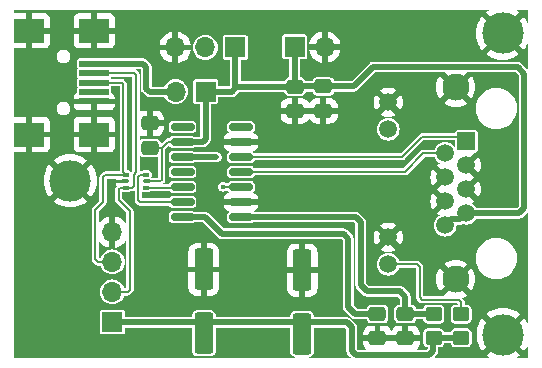
<source format=gbr>
%TF.GenerationSoftware,KiCad,Pcbnew,8.0.5*%
%TF.CreationDate,2024-10-10T09:02:53+02:00*%
%TF.ProjectId,USB-Extender_v1,5553422d-4578-4746-956e-6465725f7631,rev?*%
%TF.SameCoordinates,Original*%
%TF.FileFunction,Copper,L1,Top*%
%TF.FilePolarity,Positive*%
%FSLAX46Y46*%
G04 Gerber Fmt 4.6, Leading zero omitted, Abs format (unit mm)*
G04 Created by KiCad (PCBNEW 8.0.5) date 2024-10-10 09:02:53*
%MOMM*%
%LPD*%
G01*
G04 APERTURE LIST*
G04 Aperture macros list*
%AMRoundRect*
0 Rectangle with rounded corners*
0 $1 Rounding radius*
0 $2 $3 $4 $5 $6 $7 $8 $9 X,Y pos of 4 corners*
0 Add a 4 corners polygon primitive as box body*
4,1,4,$2,$3,$4,$5,$6,$7,$8,$9,$2,$3,0*
0 Add four circle primitives for the rounded corners*
1,1,$1+$1,$2,$3*
1,1,$1+$1,$4,$5*
1,1,$1+$1,$6,$7*
1,1,$1+$1,$8,$9*
0 Add four rect primitives between the rounded corners*
20,1,$1+$1,$2,$3,$4,$5,0*
20,1,$1+$1,$4,$5,$6,$7,0*
20,1,$1+$1,$6,$7,$8,$9,0*
20,1,$1+$1,$8,$9,$2,$3,0*%
G04 Aperture macros list end*
%TA.AperFunction,SMDPad,CuDef*%
%ADD10RoundRect,0.250000X-0.475000X0.337500X-0.475000X-0.337500X0.475000X-0.337500X0.475000X0.337500X0*%
%TD*%
%TA.AperFunction,ComponentPad*%
%ADD11R,1.700000X1.700000*%
%TD*%
%TA.AperFunction,ComponentPad*%
%ADD12O,1.700000X1.700000*%
%TD*%
%TA.AperFunction,SMDPad,CuDef*%
%ADD13RoundRect,0.250000X0.550000X-1.500000X0.550000X1.500000X-0.550000X1.500000X-0.550000X-1.500000X0*%
%TD*%
%TA.AperFunction,ComponentPad*%
%ADD14C,3.500000*%
%TD*%
%TA.AperFunction,SMDPad,CuDef*%
%ADD15RoundRect,0.250000X-0.450000X0.350000X-0.450000X-0.350000X0.450000X-0.350000X0.450000X0.350000X0*%
%TD*%
%TA.AperFunction,SMDPad,CuDef*%
%ADD16R,2.500000X0.500000*%
%TD*%
%TA.AperFunction,SMDPad,CuDef*%
%ADD17R,2.500000X2.000000*%
%TD*%
%TA.AperFunction,SMDPad,CuDef*%
%ADD18RoundRect,0.150000X0.825000X0.150000X-0.825000X0.150000X-0.825000X-0.150000X0.825000X-0.150000X0*%
%TD*%
%TA.AperFunction,SMDPad,CuDef*%
%ADD19RoundRect,0.250000X0.475000X-0.337500X0.475000X0.337500X-0.475000X0.337500X-0.475000X-0.337500X0*%
%TD*%
%TA.AperFunction,ComponentPad*%
%ADD20R,1.500000X1.500000*%
%TD*%
%TA.AperFunction,ComponentPad*%
%ADD21C,1.500000*%
%TD*%
%TA.AperFunction,ComponentPad*%
%ADD22C,2.300000*%
%TD*%
%TA.AperFunction,SMDPad,CuDef*%
%ADD23RoundRect,0.093750X-0.156250X-0.093750X0.156250X-0.093750X0.156250X0.093750X-0.156250X0.093750X0*%
%TD*%
%TA.AperFunction,SMDPad,CuDef*%
%ADD24RoundRect,0.075000X-0.250000X-0.075000X0.250000X-0.075000X0.250000X0.075000X-0.250000X0.075000X0*%
%TD*%
%TA.AperFunction,ViaPad*%
%ADD25C,0.450000*%
%TD*%
%TA.AperFunction,Conductor*%
%ADD26C,0.200000*%
%TD*%
%TA.AperFunction,Conductor*%
%ADD27C,0.500000*%
%TD*%
G04 APERTURE END LIST*
D10*
%TO.P,C2,1*%
%TO.N,+5V*%
X128270000Y-65387400D03*
%TO.P,C2,2*%
%TO.N,GND*%
X128270000Y-67462400D03*
%TD*%
D11*
%TO.P,J5,1,Pin_1*%
%TO.N,+5V*%
X125857000Y-62052200D03*
D12*
%TO.P,J5,2,Pin_2*%
%TO.N,GND*%
X128397000Y-62052200D03*
%TD*%
D11*
%TO.P,J6,1,Pin_1*%
%TO.N,+5V*%
X118318200Y-65836800D03*
D12*
%TO.P,J6,2,Pin_2*%
X115778200Y-65836800D03*
%TD*%
D11*
%TO.P,J4,1,Pin_1*%
%TO.N,+5V*%
X110420000Y-85344000D03*
D12*
%TO.P,J4,2,Pin_2*%
%TO.N,Net-(J3-D-)*%
X110420000Y-82804000D03*
%TO.P,J4,3,Pin_3*%
%TO.N,Net-(J3-D+)*%
X110420000Y-80264000D03*
%TO.P,J4,4,Pin_4*%
%TO.N,GND*%
X110420000Y-77724000D03*
%TD*%
D10*
%TO.P,C1,1*%
%TO.N,Net-(U1-REF)*%
X135229600Y-84664800D03*
%TO.P,C1,2*%
%TO.N,GND*%
X135229600Y-86739800D03*
%TD*%
D13*
%TO.P,C6,1*%
%TO.N,+5V*%
X126492000Y-86360000D03*
%TO.P,C6,2*%
%TO.N,GND*%
X126492000Y-80960000D03*
%TD*%
D14*
%TO.P,H2,1,1*%
%TO.N,GND*%
X143510000Y-86410800D03*
%TD*%
D10*
%TO.P,C4,1*%
%TO.N,Net-(U1-V3)*%
X132867400Y-84664800D03*
%TO.P,C4,2*%
%TO.N,GND*%
X132867400Y-86739800D03*
%TD*%
%TO.P,C3,1*%
%TO.N,+5V*%
X125882400Y-65408900D03*
%TO.P,C3,2*%
%TO.N,GND*%
X125882400Y-67483900D03*
%TD*%
D15*
%TO.P,R1,1*%
%TO.N,Net-(J1-Pad12)*%
X139954000Y-84683600D03*
%TO.P,R1,2*%
%TO.N,+5V*%
X139954000Y-86683600D03*
%TD*%
D16*
%TO.P,J3,1,VBUS*%
%TO.N,+5V*%
X108882600Y-63474800D03*
%TO.P,J3,2,D-*%
%TO.N,Net-(J3-D-)*%
X108882600Y-64274800D03*
%TO.P,J3,3,D+*%
%TO.N,Net-(J3-D+)*%
X108882600Y-65074800D03*
%TO.P,J3,4,ID*%
%TO.N,unconnected-(J3-ID-Pad4)*%
X108882600Y-65874800D03*
%TO.P,J3,5,GND*%
%TO.N,GND*%
X108882600Y-66674800D03*
D17*
%TO.P,J3,6,Shield*%
X108882600Y-60674800D03*
X103382600Y-60674800D03*
X108882600Y-69474800D03*
X103382600Y-69474800D03*
%TD*%
D18*
%TO.P,U1,1,REF*%
%TO.N,Net-(U1-REF)*%
X121310400Y-76454000D03*
%TO.P,U1,2,GND*%
%TO.N,GND*%
X121310400Y-75184000D03*
%TO.P,U1,3,VCC*%
%TO.N,+5V*%
X121310400Y-73914000D03*
%TO.P,U1,4,XD-*%
%TO.N,Net-(U1-XD-)*%
X121310400Y-72644000D03*
%TO.P,U1,5,XD+*%
%TO.N,Net-(U1-XD+)*%
X121310400Y-71374000D03*
%TO.P,U1,6,GND*%
%TO.N,GND*%
X121310400Y-70104000D03*
%TO.P,U1,7,NC*%
%TO.N,unconnected-(U1-NC-Pad7)*%
X121310400Y-68834000D03*
%TO.P,U1,8,NC*%
%TO.N,unconnected-(U1-NC-Pad8)*%
X116360400Y-68834000D03*
%TO.P,U1,9,VCC*%
%TO.N,+5V*%
X116360400Y-70104000D03*
%TO.P,U1,10,UP#*%
%TO.N,MODE*%
X116360400Y-71374000D03*
%TO.P,U1,11,NC*%
%TO.N,unconnected-(U1-NC-Pad11)*%
X116360400Y-72644000D03*
%TO.P,U1,12,UD-*%
%TO.N,Net-(U1-UD-)*%
X116360400Y-73914000D03*
%TO.P,U1,13,UD+*%
%TO.N,Net-(U1-UD+)*%
X116360400Y-75184000D03*
%TO.P,U1,14,V3*%
%TO.N,Net-(U1-V3)*%
X116360400Y-76454000D03*
%TD*%
D15*
%TO.P,R2,1*%
%TO.N,Net-(U1-REF)*%
X137617200Y-84683600D03*
%TO.P,R2,2*%
%TO.N,+5V*%
X137617200Y-86683600D03*
%TD*%
D14*
%TO.P,H3,1,1*%
%TO.N,GND*%
X143459200Y-60909200D03*
%TD*%
D11*
%TO.P,J2,1,Pin_1*%
%TO.N,+5V*%
X120827800Y-62103000D03*
D12*
%TO.P,J2,2,Pin_2*%
%TO.N,MODE*%
X118287800Y-62103000D03*
%TO.P,J2,3,Pin_3*%
%TO.N,GND*%
X115747800Y-62103000D03*
%TD*%
D19*
%TO.P,C7,1*%
%TO.N,+5V*%
X113588800Y-70612000D03*
%TO.P,C7,2*%
%TO.N,GND*%
X113588800Y-68537000D03*
%TD*%
D20*
%TO.P,J1,1*%
%TO.N,Net-(U1-XD+)*%
X140387800Y-70049200D03*
D21*
%TO.P,J1,2*%
%TO.N,Net-(U1-XD-)*%
X138607800Y-71065200D03*
%TO.P,J1,3*%
%TO.N,GND*%
X140387800Y-72081200D03*
%TO.P,J1,4*%
X138607800Y-73097200D03*
%TO.P,J1,5*%
X140387800Y-74113200D03*
%TO.P,J1,6*%
X138607800Y-75129200D03*
%TO.P,J1,7*%
%TO.N,+5V*%
X140387800Y-76145200D03*
%TO.P,J1,8*%
X138607800Y-77161200D03*
%TO.P,J1,9*%
%TO.N,GND*%
X133787800Y-66749200D03*
%TO.P,J1,10*%
%TO.N,unconnected-(J1-Pad10)*%
X133787800Y-69039200D03*
%TO.P,J1,11*%
%TO.N,GND*%
X133787800Y-78179200D03*
%TO.P,J1,12*%
%TO.N,Net-(J1-Pad12)*%
X133787800Y-80469200D03*
D22*
%TO.P,J1,SH*%
%TO.N,GND*%
X139497800Y-65479200D03*
X139497800Y-81739200D03*
%TD*%
D23*
%TO.P,U2,1,I/O1*%
%TO.N,Net-(J3-D+)*%
X111584000Y-72898000D03*
D24*
%TO.P,U2,2,GND*%
%TO.N,GND*%
X111509000Y-73435500D03*
D23*
%TO.P,U2,3,I/O2*%
%TO.N,Net-(J3-D-)*%
X111584000Y-73973000D03*
%TO.P,U2,4,I/O2*%
%TO.N,Net-(U1-UD-)*%
X113284000Y-73973000D03*
D24*
%TO.P,U2,5,VBUS*%
%TO.N,+5V*%
X113359000Y-73435500D03*
D23*
%TO.P,U2,6,I/O1*%
%TO.N,Net-(U1-UD+)*%
X113284000Y-72898000D03*
%TD*%
D13*
%TO.P,C5,1*%
%TO.N,+5V*%
X118160800Y-86301600D03*
%TO.P,C5,2*%
%TO.N,GND*%
X118160800Y-80901600D03*
%TD*%
D14*
%TO.P,H1,1,1*%
%TO.N,GND*%
X106857800Y-73380600D03*
%TD*%
D25*
%TO.N,GND*%
X111861600Y-64871600D03*
X113411000Y-71856600D03*
X128752600Y-87807800D03*
%TO.N,+5V*%
X136448800Y-88150000D03*
X118287800Y-69850000D03*
X119811800Y-73888600D03*
%TO.N,MODE*%
X119227600Y-71374000D03*
%TD*%
D26*
%TO.N,GND*%
X132824400Y-86696800D02*
X132867400Y-86739800D01*
D27*
%TO.N,Net-(U1-REF)*%
X131445000Y-76885800D02*
X131013200Y-76454000D01*
X131013200Y-76454000D02*
X121310400Y-76454000D01*
X131064000Y-76504800D02*
X131013200Y-76454000D01*
X132003800Y-82753200D02*
X131445000Y-82194400D01*
X135229600Y-83210400D02*
X134772400Y-82753200D01*
X131445000Y-82194400D02*
X131445000Y-76885800D01*
X135229600Y-84664800D02*
X137566400Y-84664800D01*
X134772400Y-82753200D02*
X132003800Y-82753200D01*
X135229600Y-84360000D02*
X135229600Y-83210400D01*
%TO.N,+5V*%
X120827800Y-65557400D02*
X120827800Y-62103000D01*
X130853000Y-65387400D02*
X132486400Y-63754000D01*
X137249600Y-88150000D02*
X137566400Y-87833200D01*
X145288000Y-64312800D02*
X145288000Y-75692000D01*
D26*
X114473700Y-73435500D02*
X114604800Y-73304400D01*
D27*
X137566400Y-87833200D02*
X137566400Y-86664800D01*
X125857000Y-65387400D02*
X125857000Y-62052200D01*
X132486400Y-63754000D02*
X144729200Y-63754000D01*
X113004800Y-63474800D02*
X113284000Y-63754000D01*
X118318200Y-69845000D02*
X118059200Y-70104000D01*
X125882400Y-65408900D02*
X120976300Y-65408900D01*
D26*
X114604800Y-70612000D02*
X115112800Y-70104000D01*
D27*
X128270000Y-65387400D02*
X130853000Y-65387400D01*
X136448800Y-88150000D02*
X137249600Y-88150000D01*
X130261000Y-85387000D02*
X130683000Y-85809000D01*
X120548400Y-65836800D02*
X120827800Y-65557400D01*
X144826800Y-76145200D02*
X140387800Y-76145200D01*
X137566400Y-86664800D02*
X139935200Y-86664800D01*
D26*
X114604800Y-73304400D02*
X114604800Y-70612000D01*
D27*
X144830800Y-76149200D02*
X144826800Y-76145200D01*
X110463000Y-85387000D02*
X130261000Y-85387000D01*
X131050600Y-88150000D02*
X136448800Y-88150000D01*
X108882600Y-63474800D02*
X113004800Y-63474800D01*
X128270000Y-65387400D02*
X125857000Y-65387400D01*
X144729200Y-63754000D02*
X145288000Y-64312800D01*
X120976300Y-65408900D02*
X120827800Y-65557400D01*
X140387800Y-76145200D02*
X139875800Y-76657200D01*
X118318200Y-65836800D02*
X120548400Y-65836800D01*
D26*
X113359000Y-73435500D02*
X114473700Y-73435500D01*
D27*
X139935200Y-86664800D02*
X139954000Y-86683600D01*
X110420000Y-85344000D02*
X110463000Y-85387000D01*
X130683000Y-85809000D02*
X130683000Y-87782400D01*
X145288000Y-75692000D02*
X144830800Y-76149200D01*
X139875800Y-76657200D02*
X139111800Y-76657200D01*
X113284000Y-65582800D02*
X113588800Y-65887600D01*
X139111800Y-76657200D02*
X138607800Y-77161200D01*
X115727400Y-65887600D02*
X115778200Y-65836800D01*
X130683000Y-87782400D02*
X131050600Y-88150000D01*
X125857000Y-65387400D02*
X125700700Y-65387400D01*
X113588800Y-65887600D02*
X115727400Y-65887600D01*
D26*
X114604800Y-70612000D02*
X113588800Y-70612000D01*
D27*
X113284000Y-63754000D02*
X113284000Y-65582800D01*
D26*
X115112800Y-70104000D02*
X116360400Y-70104000D01*
X119811800Y-73888600D02*
X121285000Y-73888600D01*
D27*
X118318200Y-65836800D02*
X118318200Y-69845000D01*
X118059200Y-70104000D02*
X116360400Y-70104000D01*
D26*
X121285000Y-73888600D02*
X121310400Y-73914000D01*
D27*
X125700700Y-65387400D02*
X125679200Y-65408900D01*
%TO.N,Net-(U1-V3)*%
X119684800Y-77876400D02*
X118262400Y-76454000D01*
X130403600Y-84074000D02*
X130403600Y-78282800D01*
X130994400Y-84664800D02*
X130403600Y-84074000D01*
X130403600Y-78282800D02*
X129997200Y-77876400D01*
X129997200Y-77876400D02*
X119684800Y-77876400D01*
X118262400Y-76454000D02*
X116360400Y-76454000D01*
X132867400Y-84664800D02*
X130994400Y-84664800D01*
%TO.N,Net-(U1-XD+)*%
X140387800Y-70080600D02*
X140284200Y-69977000D01*
D26*
X139985400Y-69646800D02*
X136652000Y-69646800D01*
X140387800Y-70049200D02*
X140356400Y-70049200D01*
D27*
X140284200Y-69977000D02*
X140172400Y-69865200D01*
D26*
X136652000Y-69646800D02*
X134934400Y-71364400D01*
D27*
X140387800Y-70506400D02*
X140387800Y-70080600D01*
D26*
X140356400Y-70049200D02*
X140284200Y-69977000D01*
X140387800Y-70049200D02*
X139985400Y-69646800D01*
X134934400Y-71364400D02*
X121358200Y-71364400D01*
%TO.N,Net-(J1-Pad12)*%
X139954000Y-83667600D02*
X139954000Y-84683600D01*
X136448800Y-83261200D02*
X136652000Y-83464400D01*
X136448800Y-80670400D02*
X136448800Y-83261200D01*
X136247600Y-80469200D02*
X136448800Y-80670400D01*
X136652000Y-83464400D02*
X139750800Y-83464400D01*
X133787800Y-80469200D02*
X136247600Y-80469200D01*
X139750800Y-83464400D02*
X139954000Y-83667600D01*
%TO.N,Net-(U1-XD-)*%
X135188400Y-72634400D02*
X121358200Y-72634400D01*
X138607800Y-71065200D02*
X136757600Y-71065200D01*
X136757600Y-71065200D02*
X135188400Y-72634400D01*
%TO.N,Net-(J3-D+)*%
X109626400Y-73101200D02*
X109626400Y-75184000D01*
X111353600Y-72667600D02*
X111584000Y-72898000D01*
X108882600Y-65074800D02*
X111239123Y-65074800D01*
X111239123Y-65074800D02*
X111353600Y-65189277D01*
X111353600Y-65189277D02*
X111353600Y-72667600D01*
X108966000Y-75844400D02*
X108966000Y-80010000D01*
X109626400Y-75184000D02*
X108966000Y-75844400D01*
X111584000Y-72898000D02*
X109829600Y-72898000D01*
X108966000Y-80010000D02*
X109220000Y-80264000D01*
X109220000Y-80264000D02*
X110420000Y-80264000D01*
X109829600Y-72898000D02*
X109626400Y-73101200D01*
%TO.N,Net-(J3-D-)*%
X112280800Y-64274800D02*
X112420400Y-64414400D01*
X112420400Y-64414400D02*
X112420400Y-72687914D01*
X110420000Y-82804000D02*
X111709200Y-82804000D01*
X111912400Y-82600800D02*
X111912400Y-75989914D01*
X112056600Y-73973000D02*
X111584000Y-73973000D01*
X111709200Y-82804000D02*
X111912400Y-82600800D01*
X110947200Y-75024714D02*
X110947200Y-74117200D01*
X112420400Y-72687914D02*
X112217200Y-72891114D01*
X110947200Y-74117200D02*
X111091400Y-73973000D01*
X111912400Y-75989914D02*
X110947200Y-75024714D01*
X112217200Y-73812400D02*
X112056600Y-73973000D01*
X108882600Y-64274800D02*
X112280800Y-64274800D01*
X112217200Y-72891114D02*
X112217200Y-73812400D01*
X111091400Y-73973000D02*
X111584000Y-73973000D01*
D27*
%TO.N,MODE*%
X119227600Y-71374000D02*
X116360400Y-71374000D01*
D26*
%TO.N,Net-(U1-UD+)*%
X112617200Y-73056800D02*
X112617200Y-75025200D01*
X112776000Y-72898000D02*
X112617200Y-73056800D01*
X112617200Y-75025200D02*
X112776000Y-75184000D01*
X112776000Y-75184000D02*
X116360400Y-75184000D01*
X113284000Y-72898000D02*
X112776000Y-72898000D01*
%TO.N,Net-(U1-UD-)*%
X116301400Y-73973000D02*
X116360400Y-73914000D01*
X113284000Y-73973000D02*
X116301400Y-73973000D01*
%TD*%
%TA.AperFunction,Conductor*%
%TO.N,GND*%
G36*
X142258724Y-58934852D02*
G01*
X142273076Y-58969500D01*
X142258724Y-59004148D01*
X142251299Y-59010242D01*
X142086549Y-59120324D01*
X142053159Y-59149605D01*
X142876463Y-59972909D01*
X142742598Y-60070167D01*
X142620167Y-60192598D01*
X142522909Y-60326462D01*
X141699605Y-59503159D01*
X141670324Y-59536549D01*
X141506462Y-59781785D01*
X141376010Y-60046316D01*
X141281201Y-60325613D01*
X141223661Y-60614891D01*
X141204372Y-60909198D01*
X141204372Y-60909201D01*
X141223661Y-61203508D01*
X141281201Y-61492786D01*
X141376010Y-61772083D01*
X141506462Y-62036614D01*
X141670324Y-62281852D01*
X141699604Y-62315239D01*
X141699605Y-62315240D01*
X142522908Y-61491936D01*
X142620167Y-61625802D01*
X142742598Y-61748233D01*
X142876462Y-61845490D01*
X142053158Y-62668793D01*
X142053159Y-62668794D01*
X142086547Y-62698075D01*
X142331785Y-62861937D01*
X142596316Y-62992389D01*
X142875613Y-63087198D01*
X143164891Y-63144738D01*
X143459199Y-63164028D01*
X143459201Y-63164028D01*
X143753508Y-63144738D01*
X144042786Y-63087198D01*
X144322083Y-62992389D01*
X144586614Y-62861937D01*
X144831852Y-62698075D01*
X144865239Y-62668794D01*
X144865240Y-62668793D01*
X144041937Y-61845490D01*
X144175802Y-61748233D01*
X144298233Y-61625802D01*
X144395490Y-61491937D01*
X145218793Y-62315240D01*
X145218794Y-62315239D01*
X145248075Y-62281852D01*
X145411937Y-62036614D01*
X145507353Y-61843129D01*
X145535549Y-61818401D01*
X145572972Y-61820854D01*
X145597700Y-61849050D01*
X145600300Y-61864801D01*
X145600300Y-63869701D01*
X145585948Y-63904349D01*
X145551300Y-63918701D01*
X145516652Y-63904349D01*
X145005814Y-63393511D01*
X144903088Y-63334201D01*
X144903086Y-63334200D01*
X144878873Y-63327713D01*
X144848751Y-63319642D01*
X144788511Y-63303500D01*
X144788509Y-63303500D01*
X132427091Y-63303500D01*
X132427088Y-63303500D01*
X132312518Y-63334199D01*
X132312512Y-63334202D01*
X132269096Y-63359268D01*
X132209785Y-63393511D01*
X132209785Y-63393512D01*
X130680749Y-64922548D01*
X130646101Y-64936900D01*
X129217511Y-64936900D01*
X129182863Y-64922548D01*
X129171261Y-64904084D01*
X129147794Y-64837021D01*
X129147791Y-64837014D01*
X129067150Y-64727749D01*
X128957885Y-64647108D01*
X128957876Y-64647104D01*
X128829698Y-64602253D01*
X128799275Y-64599400D01*
X128799266Y-64599400D01*
X127740734Y-64599400D01*
X127740724Y-64599400D01*
X127710301Y-64602253D01*
X127710300Y-64602253D01*
X127582123Y-64647104D01*
X127582114Y-64647108D01*
X127472849Y-64727749D01*
X127392208Y-64837014D01*
X127392205Y-64837021D01*
X127368739Y-64904084D01*
X127343749Y-64932047D01*
X127322489Y-64936900D01*
X126822388Y-64936900D01*
X126787740Y-64922548D01*
X126776138Y-64904084D01*
X126760194Y-64858521D01*
X126760191Y-64858514D01*
X126679550Y-64749249D01*
X126570285Y-64668608D01*
X126570276Y-64668604D01*
X126442098Y-64623753D01*
X126411675Y-64620900D01*
X126411666Y-64620900D01*
X126356500Y-64620900D01*
X126321852Y-64606548D01*
X126307500Y-64571900D01*
X126307500Y-63151700D01*
X126321852Y-63117052D01*
X126356500Y-63102700D01*
X126726745Y-63102700D01*
X126726748Y-63102700D01*
X126785231Y-63091067D01*
X126851552Y-63046752D01*
X126895867Y-62980431D01*
X126907500Y-62921948D01*
X126907500Y-61802199D01*
X127066363Y-61802199D01*
X127066364Y-61802200D01*
X127963988Y-61802200D01*
X127931075Y-61859207D01*
X127897000Y-61986374D01*
X127897000Y-62118026D01*
X127931075Y-62245193D01*
X127963988Y-62302200D01*
X127066363Y-62302200D01*
X127123566Y-62515683D01*
X127123568Y-62515688D01*
X127223398Y-62729777D01*
X127223405Y-62729789D01*
X127358885Y-62923272D01*
X127358891Y-62923279D01*
X127525920Y-63090308D01*
X127525927Y-63090314D01*
X127719410Y-63225794D01*
X127719422Y-63225801D01*
X127933511Y-63325631D01*
X127933516Y-63325633D01*
X128147000Y-63382834D01*
X128147000Y-62485212D01*
X128204007Y-62518125D01*
X128331174Y-62552200D01*
X128462826Y-62552200D01*
X128589993Y-62518125D01*
X128647000Y-62485212D01*
X128647000Y-63382834D01*
X128860483Y-63325633D01*
X128860488Y-63325631D01*
X129074577Y-63225801D01*
X129074589Y-63225794D01*
X129268072Y-63090314D01*
X129268079Y-63090308D01*
X129435108Y-62923279D01*
X129435114Y-62923272D01*
X129570594Y-62729789D01*
X129570601Y-62729777D01*
X129670431Y-62515688D01*
X129670433Y-62515683D01*
X129727636Y-62302200D01*
X128830012Y-62302200D01*
X128862925Y-62245193D01*
X128897000Y-62118026D01*
X128897000Y-61986374D01*
X128862925Y-61859207D01*
X128830012Y-61802200D01*
X129727636Y-61802200D01*
X129727636Y-61802199D01*
X129670433Y-61588716D01*
X129670432Y-61588711D01*
X129570601Y-61374623D01*
X129570594Y-61374611D01*
X129435114Y-61181127D01*
X129435108Y-61181120D01*
X129268079Y-61014091D01*
X129268072Y-61014085D01*
X129074589Y-60878605D01*
X129074577Y-60878598D01*
X128860488Y-60778768D01*
X128860483Y-60778766D01*
X128647000Y-60721563D01*
X128647000Y-61619188D01*
X128589993Y-61586275D01*
X128462826Y-61552200D01*
X128331174Y-61552200D01*
X128204007Y-61586275D01*
X128147000Y-61619188D01*
X128147000Y-60721563D01*
X128146999Y-60721563D01*
X127933516Y-60778766D01*
X127933511Y-60778767D01*
X127719423Y-60878598D01*
X127719411Y-60878605D01*
X127525927Y-61014085D01*
X127525920Y-61014091D01*
X127358891Y-61181120D01*
X127358885Y-61181127D01*
X127223405Y-61374611D01*
X127223398Y-61374623D01*
X127123567Y-61588711D01*
X127123566Y-61588716D01*
X127066363Y-61802199D01*
X126907500Y-61802199D01*
X126907500Y-61182452D01*
X126895867Y-61123969D01*
X126856388Y-61064885D01*
X126851552Y-61057647D01*
X126811795Y-61031082D01*
X126785231Y-61013333D01*
X126726748Y-61001700D01*
X124987252Y-61001700D01*
X124928769Y-61013333D01*
X124862447Y-61057647D01*
X124828504Y-61108448D01*
X124818133Y-61123969D01*
X124806500Y-61182452D01*
X124806500Y-62921948D01*
X124818133Y-62980431D01*
X124835882Y-63006995D01*
X124862447Y-63046752D01*
X124874793Y-63055001D01*
X124928769Y-63091067D01*
X124987252Y-63102700D01*
X125357500Y-63102700D01*
X125392148Y-63117052D01*
X125406500Y-63151700D01*
X125406500Y-64571900D01*
X125392148Y-64606548D01*
X125357500Y-64620900D01*
X125353124Y-64620900D01*
X125322701Y-64623753D01*
X125322700Y-64623753D01*
X125194523Y-64668604D01*
X125194514Y-64668608D01*
X125085249Y-64749249D01*
X125004608Y-64858514D01*
X125004605Y-64858521D01*
X124981139Y-64925584D01*
X124956149Y-64953547D01*
X124934889Y-64958400D01*
X121327300Y-64958400D01*
X121292652Y-64944048D01*
X121278300Y-64909400D01*
X121278300Y-63202500D01*
X121292652Y-63167852D01*
X121327300Y-63153500D01*
X121697545Y-63153500D01*
X121697548Y-63153500D01*
X121756031Y-63141867D01*
X121822352Y-63097552D01*
X121866667Y-63031231D01*
X121878300Y-62972748D01*
X121878300Y-61233252D01*
X121866667Y-61174769D01*
X121835262Y-61127769D01*
X121822352Y-61108447D01*
X121761369Y-61067700D01*
X121756031Y-61064133D01*
X121697548Y-61052500D01*
X119958052Y-61052500D01*
X119899569Y-61064133D01*
X119833247Y-61108447D01*
X119794268Y-61166784D01*
X119788933Y-61174769D01*
X119777300Y-61233252D01*
X119777300Y-62972748D01*
X119788933Y-63031231D01*
X119799304Y-63046752D01*
X119833247Y-63097552D01*
X119840952Y-63102700D01*
X119899569Y-63141867D01*
X119958052Y-63153500D01*
X120328300Y-63153500D01*
X120362948Y-63167852D01*
X120377300Y-63202500D01*
X120377300Y-65337300D01*
X120362948Y-65371948D01*
X120328300Y-65386300D01*
X119417700Y-65386300D01*
X119383052Y-65371948D01*
X119368700Y-65337300D01*
X119368700Y-64967055D01*
X119368700Y-64967052D01*
X119357067Y-64908569D01*
X119325662Y-64861569D01*
X119312752Y-64842247D01*
X119272995Y-64815682D01*
X119246431Y-64797933D01*
X119187948Y-64786300D01*
X117448452Y-64786300D01*
X117389969Y-64797933D01*
X117323647Y-64842247D01*
X117282330Y-64904084D01*
X117279333Y-64908569D01*
X117267700Y-64967052D01*
X117267700Y-66706548D01*
X117279333Y-66765031D01*
X117297082Y-66791595D01*
X117323647Y-66831352D01*
X117350212Y-66849101D01*
X117389969Y-66875667D01*
X117448452Y-66887300D01*
X117818700Y-66887300D01*
X117853348Y-66901652D01*
X117867700Y-66936300D01*
X117867700Y-69604500D01*
X117853348Y-69639148D01*
X117818700Y-69653500D01*
X117380100Y-69653500D01*
X117358580Y-69648521D01*
X117286796Y-69613428D01*
X117286794Y-69613427D01*
X117286793Y-69613427D01*
X117264082Y-69610118D01*
X117218662Y-69603500D01*
X117218660Y-69603500D01*
X115502140Y-69603500D01*
X115502138Y-69603500D01*
X115434005Y-69613427D01*
X115434003Y-69613428D01*
X115328919Y-69664801D01*
X115328915Y-69664803D01*
X115246202Y-69747516D01*
X115246202Y-69747517D01*
X115232267Y-69776021D01*
X115204158Y-69800845D01*
X115188247Y-69803500D01*
X115073236Y-69803500D01*
X114996810Y-69823979D01*
X114996808Y-69823979D01*
X114951741Y-69850000D01*
X114928288Y-69863540D01*
X114590068Y-70201760D01*
X114555420Y-70216112D01*
X114520772Y-70201760D01*
X114509170Y-70183295D01*
X114466595Y-70061623D01*
X114466591Y-70061614D01*
X114385950Y-69952349D01*
X114276685Y-69871708D01*
X114276676Y-69871704D01*
X114148498Y-69826853D01*
X114118075Y-69824000D01*
X114118066Y-69824000D01*
X113059534Y-69824000D01*
X113059524Y-69824000D01*
X113029101Y-69826853D01*
X113029100Y-69826853D01*
X112900923Y-69871704D01*
X112900919Y-69871705D01*
X112798997Y-69946927D01*
X112762597Y-69955954D01*
X112730474Y-69936598D01*
X112720900Y-69907501D01*
X112720900Y-69601146D01*
X112735252Y-69566498D01*
X112769900Y-69552146D01*
X112791764Y-69558348D01*
X112792090Y-69557651D01*
X112794677Y-69558857D01*
X112961106Y-69614006D01*
X113063818Y-69624499D01*
X113338799Y-69624499D01*
X113838800Y-69624499D01*
X114113780Y-69624499D01*
X114216493Y-69614006D01*
X114382922Y-69558857D01*
X114532143Y-69466817D01*
X114656117Y-69342843D01*
X114748157Y-69193622D01*
X114803306Y-69027193D01*
X114813800Y-68924481D01*
X114813800Y-68787000D01*
X113838800Y-68787000D01*
X113838800Y-69624499D01*
X113338799Y-69624499D01*
X113338800Y-69624498D01*
X113338800Y-68650738D01*
X115184900Y-68650738D01*
X115184900Y-69017261D01*
X115188097Y-69039199D01*
X115194827Y-69085393D01*
X115246202Y-69190483D01*
X115328917Y-69273198D01*
X115434007Y-69324573D01*
X115482284Y-69331606D01*
X115502138Y-69334500D01*
X115502140Y-69334500D01*
X117218662Y-69334500D01*
X117236175Y-69331948D01*
X117286793Y-69324573D01*
X117391883Y-69273198D01*
X117474598Y-69190483D01*
X117525973Y-69085393D01*
X117535900Y-69017260D01*
X117535900Y-68650740D01*
X117525973Y-68582607D01*
X117474598Y-68477517D01*
X117391883Y-68394802D01*
X117328555Y-68363843D01*
X117286796Y-68343428D01*
X117286794Y-68343427D01*
X117218662Y-68333500D01*
X117218660Y-68333500D01*
X115502140Y-68333500D01*
X115502138Y-68333500D01*
X115434005Y-68343427D01*
X115434003Y-68343428D01*
X115328919Y-68394801D01*
X115328915Y-68394803D01*
X115246203Y-68477515D01*
X115246201Y-68477519D01*
X115194828Y-68582603D01*
X115194827Y-68582605D01*
X115184900Y-68650738D01*
X113338800Y-68650738D01*
X113338800Y-68287000D01*
X113838800Y-68287000D01*
X114813799Y-68287000D01*
X114813799Y-68149519D01*
X114803306Y-68046806D01*
X114748157Y-67880377D01*
X114656117Y-67731156D01*
X114532143Y-67607182D01*
X114382922Y-67515142D01*
X114216493Y-67459993D01*
X114113781Y-67449500D01*
X113838800Y-67449500D01*
X113838800Y-68287000D01*
X113338800Y-68287000D01*
X113338800Y-67449500D01*
X113063819Y-67449500D01*
X112961106Y-67459993D01*
X112794677Y-67515142D01*
X112792090Y-67516349D01*
X112791562Y-67515218D01*
X112758583Y-67520528D01*
X112728186Y-67498562D01*
X112720900Y-67472853D01*
X112720900Y-64374836D01*
X112712243Y-64342534D01*
X112700421Y-64298411D01*
X112700420Y-64298409D01*
X112700420Y-64298408D01*
X112660859Y-64229888D01*
X112465313Y-64034342D01*
X112465307Y-64034337D01*
X112444531Y-64022343D01*
X112434818Y-64016735D01*
X112411988Y-63986983D01*
X112416882Y-63949801D01*
X112446635Y-63926970D01*
X112459318Y-63925300D01*
X112784500Y-63925300D01*
X112819148Y-63939652D01*
X112833500Y-63974300D01*
X112833500Y-65642111D01*
X112852686Y-65713713D01*
X112852686Y-65713714D01*
X112864200Y-65756685D01*
X112864201Y-65756688D01*
X112908118Y-65832753D01*
X112923511Y-65859414D01*
X113312186Y-66248089D01*
X113349015Y-66269352D01*
X113414911Y-66307398D01*
X113414913Y-66307398D01*
X113414914Y-66307399D01*
X113443558Y-66315074D01*
X113529488Y-66338100D01*
X113529491Y-66338100D01*
X114825632Y-66338100D01*
X114860280Y-66352452D01*
X114868844Y-66363998D01*
X114900515Y-66423250D01*
X115031790Y-66583210D01*
X115191750Y-66714485D01*
X115374246Y-66812032D01*
X115572266Y-66872100D01*
X115778200Y-66892383D01*
X115984134Y-66872100D01*
X116182154Y-66812032D01*
X116364650Y-66714485D01*
X116524610Y-66583210D01*
X116655885Y-66423250D01*
X116753432Y-66240754D01*
X116813500Y-66042734D01*
X116833783Y-65836800D01*
X116813500Y-65630866D01*
X116753432Y-65432846D01*
X116655885Y-65250350D01*
X116524610Y-65090390D01*
X116364650Y-64959115D01*
X116182154Y-64861568D01*
X115984134Y-64801500D01*
X115778200Y-64781217D01*
X115572265Y-64801500D01*
X115572264Y-64801500D01*
X115374243Y-64861569D01*
X115191748Y-64959116D01*
X115031790Y-65090390D01*
X114900516Y-65250348D01*
X114900515Y-65250350D01*
X114822558Y-65396197D01*
X114814539Y-65411199D01*
X114785549Y-65434990D01*
X114771325Y-65437100D01*
X113795699Y-65437100D01*
X113761051Y-65422748D01*
X113748852Y-65410549D01*
X113734500Y-65375901D01*
X113734500Y-63694688D01*
X113703799Y-63580115D01*
X113703798Y-63580111D01*
X113677238Y-63534109D01*
X113644488Y-63477385D01*
X113281414Y-63114311D01*
X113178688Y-63055001D01*
X113147899Y-63046751D01*
X113064112Y-63024300D01*
X113064109Y-63024300D01*
X110152348Y-63024300D01*
X107612852Y-63024300D01*
X107554369Y-63035933D01*
X107488047Y-63080247D01*
X107449259Y-63138299D01*
X107443733Y-63146569D01*
X107432100Y-63205052D01*
X107432100Y-63744548D01*
X107443733Y-63803031D01*
X107467397Y-63838446D01*
X107473498Y-63847577D01*
X107480814Y-63884359D01*
X107473497Y-63902023D01*
X107443733Y-63946569D01*
X107432100Y-64005052D01*
X107432100Y-64544548D01*
X107443733Y-64603031D01*
X107457580Y-64623754D01*
X107473498Y-64647577D01*
X107480814Y-64684359D01*
X107473497Y-64702023D01*
X107443733Y-64746569D01*
X107432100Y-64805052D01*
X107432100Y-65344548D01*
X107443733Y-65403031D01*
X107449191Y-65411199D01*
X107473498Y-65447577D01*
X107480814Y-65484359D01*
X107473497Y-65502023D01*
X107443733Y-65546569D01*
X107432100Y-65605052D01*
X107432100Y-65605055D01*
X107432100Y-65931913D01*
X107417748Y-65966561D01*
X107400226Y-65977823D01*
X107390510Y-65981447D01*
X107390509Y-65981447D01*
X107275411Y-66067611D01*
X107189248Y-66182708D01*
X107139001Y-66317426D01*
X107139001Y-66317427D01*
X107132600Y-66376965D01*
X107132600Y-66424800D01*
X110632600Y-66424800D01*
X110632600Y-66376965D01*
X110626198Y-66317427D01*
X110626198Y-66317426D01*
X110575951Y-66182708D01*
X110489788Y-66067611D01*
X110374690Y-65981447D01*
X110364974Y-65977823D01*
X110337527Y-65952266D01*
X110333100Y-65931913D01*
X110333100Y-65605055D01*
X110333100Y-65605052D01*
X110321467Y-65546569D01*
X110291700Y-65502021D01*
X110284384Y-65465241D01*
X110291699Y-65447580D01*
X110321467Y-65403031D01*
X110321467Y-65403029D01*
X110324148Y-65399018D01*
X110325830Y-65400142D01*
X110346943Y-65379030D01*
X110365694Y-65375300D01*
X111004100Y-65375300D01*
X111038748Y-65389652D01*
X111053100Y-65424300D01*
X111053100Y-72548500D01*
X111038748Y-72583148D01*
X111004100Y-72597500D01*
X109790036Y-72597500D01*
X109713612Y-72617978D01*
X109701095Y-72625205D01*
X109683995Y-72635078D01*
X109674268Y-72640693D01*
X109645092Y-72657537D01*
X109645086Y-72657542D01*
X109385941Y-72916688D01*
X109385940Y-72916688D01*
X109346379Y-72985208D01*
X109346379Y-72985210D01*
X109325900Y-73061636D01*
X109325900Y-75039233D01*
X109311548Y-75073881D01*
X108725541Y-75659888D01*
X108725540Y-75659888D01*
X108685979Y-75728408D01*
X108685979Y-75728410D01*
X108665500Y-75804836D01*
X108665500Y-80049563D01*
X108680005Y-80103697D01*
X108685979Y-80125989D01*
X108698694Y-80148012D01*
X108698695Y-80148013D01*
X108725537Y-80194507D01*
X108725539Y-80194509D01*
X108725540Y-80194511D01*
X108979540Y-80448511D01*
X109035489Y-80504460D01*
X109104011Y-80544021D01*
X109139478Y-80553524D01*
X109180436Y-80564500D01*
X109180438Y-80564500D01*
X109377045Y-80564500D01*
X109411693Y-80578852D01*
X109423935Y-80599276D01*
X109444768Y-80667954D01*
X109542315Y-80850450D01*
X109673590Y-81010410D01*
X109833550Y-81141685D01*
X110016046Y-81239232D01*
X110214066Y-81299300D01*
X110420000Y-81319583D01*
X110625934Y-81299300D01*
X110823954Y-81239232D01*
X111006450Y-81141685D01*
X111166410Y-81010410D01*
X111297685Y-80850450D01*
X111395232Y-80667954D01*
X111455300Y-80469934D01*
X111475583Y-80264000D01*
X111455300Y-80058066D01*
X111395232Y-79860046D01*
X111297685Y-79677550D01*
X111166410Y-79517590D01*
X111006450Y-79386315D01*
X110823954Y-79288768D01*
X110625934Y-79228700D01*
X110420000Y-79208417D01*
X110214065Y-79228700D01*
X110214064Y-79228700D01*
X110016043Y-79288769D01*
X109833548Y-79386316D01*
X109673590Y-79517590D01*
X109542316Y-79677548D01*
X109444769Y-79860043D01*
X109423935Y-79928724D01*
X109400143Y-79957714D01*
X109377045Y-79963500D01*
X109364767Y-79963500D01*
X109330119Y-79949148D01*
X109280852Y-79899881D01*
X109266500Y-79865233D01*
X109266500Y-78585691D01*
X109280852Y-78551043D01*
X109315500Y-78536691D01*
X109350148Y-78551043D01*
X109355639Y-78557586D01*
X109381891Y-78595079D01*
X109548920Y-78762108D01*
X109548927Y-78762114D01*
X109742410Y-78897594D01*
X109742422Y-78897601D01*
X109956511Y-78997431D01*
X109956516Y-78997433D01*
X110170000Y-79054634D01*
X110170000Y-78157012D01*
X110227007Y-78189925D01*
X110354174Y-78224000D01*
X110485826Y-78224000D01*
X110612993Y-78189925D01*
X110670000Y-78157012D01*
X110670000Y-79054634D01*
X110883483Y-78997433D01*
X110883488Y-78997431D01*
X111097577Y-78897601D01*
X111097589Y-78897594D01*
X111291072Y-78762114D01*
X111291079Y-78762108D01*
X111458108Y-78595079D01*
X111458114Y-78595072D01*
X111522762Y-78502746D01*
X111554391Y-78482595D01*
X111591005Y-78490713D01*
X111611156Y-78522342D01*
X111611900Y-78530851D01*
X111611900Y-82454500D01*
X111597548Y-82489148D01*
X111562900Y-82503500D01*
X111462955Y-82503500D01*
X111428307Y-82489148D01*
X111416065Y-82468724D01*
X111410864Y-82451580D01*
X111395232Y-82400046D01*
X111297685Y-82217550D01*
X111166410Y-82057590D01*
X111006450Y-81926315D01*
X110823954Y-81828768D01*
X110625934Y-81768700D01*
X110420000Y-81748417D01*
X110214065Y-81768700D01*
X110214064Y-81768700D01*
X110016043Y-81828769D01*
X109833548Y-81926316D01*
X109673590Y-82057590D01*
X109542316Y-82217548D01*
X109444769Y-82400043D01*
X109384700Y-82598064D01*
X109384700Y-82598065D01*
X109364417Y-82803999D01*
X109364417Y-82804000D01*
X109384700Y-83009934D01*
X109384700Y-83009935D01*
X109407173Y-83084020D01*
X109443477Y-83203699D01*
X109444769Y-83207956D01*
X109445861Y-83209999D01*
X109542315Y-83390450D01*
X109673590Y-83550410D01*
X109833550Y-83681685D01*
X110016046Y-83779232D01*
X110214066Y-83839300D01*
X110420000Y-83859583D01*
X110625934Y-83839300D01*
X110823954Y-83779232D01*
X111006450Y-83681685D01*
X111166410Y-83550410D01*
X111297685Y-83390450D01*
X111395232Y-83207954D01*
X111416065Y-83139276D01*
X111439857Y-83110286D01*
X111462955Y-83104500D01*
X111748764Y-83104500D01*
X111775430Y-83097354D01*
X111825189Y-83084021D01*
X111893711Y-83044460D01*
X111949660Y-82988511D01*
X112152860Y-82785311D01*
X112167531Y-82759900D01*
X112192421Y-82716789D01*
X112212900Y-82640362D01*
X112212900Y-82451580D01*
X116860801Y-82451580D01*
X116871293Y-82554293D01*
X116926442Y-82720722D01*
X117018482Y-82869943D01*
X117142456Y-82993917D01*
X117291677Y-83085957D01*
X117458106Y-83141106D01*
X117560818Y-83151599D01*
X117910799Y-83151599D01*
X118410800Y-83151599D01*
X118760780Y-83151599D01*
X118863493Y-83141106D01*
X119029922Y-83085957D01*
X119179143Y-82993917D01*
X119303117Y-82869943D01*
X119395157Y-82720722D01*
X119450306Y-82554293D01*
X119454833Y-82509980D01*
X125192001Y-82509980D01*
X125202493Y-82612693D01*
X125257642Y-82779122D01*
X125349682Y-82928343D01*
X125473656Y-83052317D01*
X125622877Y-83144357D01*
X125789306Y-83199506D01*
X125892018Y-83209999D01*
X126241999Y-83209999D01*
X126742000Y-83209999D01*
X127091980Y-83209999D01*
X127194693Y-83199506D01*
X127361122Y-83144357D01*
X127510343Y-83052317D01*
X127634317Y-82928343D01*
X127726357Y-82779122D01*
X127781506Y-82612693D01*
X127792000Y-82509981D01*
X127792000Y-81210000D01*
X126742000Y-81210000D01*
X126742000Y-83209999D01*
X126241999Y-83209999D01*
X126242000Y-83209998D01*
X126242000Y-81210000D01*
X125192001Y-81210000D01*
X125192001Y-82509980D01*
X119454833Y-82509980D01*
X119460800Y-82451581D01*
X119460800Y-81151600D01*
X118410800Y-81151600D01*
X118410800Y-83151599D01*
X117910799Y-83151599D01*
X117910800Y-83151598D01*
X117910800Y-81151600D01*
X116860801Y-81151600D01*
X116860801Y-82451580D01*
X112212900Y-82451580D01*
X112212900Y-79351618D01*
X116860800Y-79351618D01*
X116860800Y-80651600D01*
X117910800Y-80651600D01*
X118410800Y-80651600D01*
X119460799Y-80651600D01*
X119460799Y-79410018D01*
X125192000Y-79410018D01*
X125192000Y-80710000D01*
X126242000Y-80710000D01*
X126742000Y-80710000D01*
X127791999Y-80710000D01*
X127791999Y-79410019D01*
X127781506Y-79307306D01*
X127726357Y-79140877D01*
X127634317Y-78991656D01*
X127510343Y-78867682D01*
X127361122Y-78775642D01*
X127194693Y-78720493D01*
X127091981Y-78710000D01*
X126742000Y-78710000D01*
X126742000Y-80710000D01*
X126242000Y-80710000D01*
X126242000Y-78710000D01*
X125892019Y-78710000D01*
X125789306Y-78720493D01*
X125622877Y-78775642D01*
X125473656Y-78867682D01*
X125349682Y-78991656D01*
X125257642Y-79140877D01*
X125202493Y-79307306D01*
X125192000Y-79410018D01*
X119460799Y-79410018D01*
X119460799Y-79351619D01*
X119450306Y-79248906D01*
X119395157Y-79082477D01*
X119303117Y-78933256D01*
X119179143Y-78809282D01*
X119029922Y-78717242D01*
X118863493Y-78662093D01*
X118760781Y-78651600D01*
X118410800Y-78651600D01*
X118410800Y-80651600D01*
X117910800Y-80651600D01*
X117910800Y-78651600D01*
X117560819Y-78651600D01*
X117458106Y-78662093D01*
X117291677Y-78717242D01*
X117142456Y-78809282D01*
X117018482Y-78933256D01*
X116926442Y-79082477D01*
X116871293Y-79248906D01*
X116860800Y-79351618D01*
X112212900Y-79351618D01*
X112212900Y-76637259D01*
X115184899Y-76637259D01*
X115194827Y-76705394D01*
X115194828Y-76705396D01*
X115198015Y-76711915D01*
X115246202Y-76810483D01*
X115328917Y-76893198D01*
X115434007Y-76944573D01*
X115482284Y-76951606D01*
X115502138Y-76954500D01*
X115502140Y-76954500D01*
X117218662Y-76954500D01*
X117232476Y-76952486D01*
X117286793Y-76944573D01*
X117329267Y-76923808D01*
X117358580Y-76909479D01*
X117380100Y-76904500D01*
X118055501Y-76904500D01*
X118090149Y-76918852D01*
X119408186Y-78236889D01*
X119408187Y-78236890D01*
X119408189Y-78236891D01*
X119431200Y-78250176D01*
X119467496Y-78271131D01*
X119510914Y-78296199D01*
X119510916Y-78296199D01*
X119510917Y-78296200D01*
X119625487Y-78326899D01*
X119625488Y-78326900D01*
X119625491Y-78326900D01*
X129790301Y-78326900D01*
X129824949Y-78341252D01*
X129938748Y-78455051D01*
X129953100Y-78489699D01*
X129953100Y-84133310D01*
X129974801Y-84214297D01*
X129974801Y-84214299D01*
X129983800Y-84247886D01*
X129983801Y-84247888D01*
X130042437Y-84349447D01*
X130043111Y-84350614D01*
X130717786Y-85025289D01*
X130717787Y-85025290D01*
X130717789Y-85025291D01*
X130738807Y-85037425D01*
X130771960Y-85056566D01*
X130820514Y-85084599D01*
X130849158Y-85092274D01*
X130935088Y-85115300D01*
X130935091Y-85115300D01*
X131919889Y-85115300D01*
X131954537Y-85129652D01*
X131966139Y-85148116D01*
X131989605Y-85215178D01*
X131989608Y-85215185D01*
X132070249Y-85324450D01*
X132179514Y-85405091D01*
X132179517Y-85405092D01*
X132179518Y-85405093D01*
X132179520Y-85405093D01*
X132179523Y-85405095D01*
X132268974Y-85436395D01*
X132307701Y-85449946D01*
X132338134Y-85452800D01*
X132338144Y-85452800D01*
X133396656Y-85452800D01*
X133396666Y-85452800D01*
X133427099Y-85449946D01*
X133555282Y-85405093D01*
X133664550Y-85324450D01*
X133694857Y-85283385D01*
X133745191Y-85215185D01*
X133745191Y-85215184D01*
X133745193Y-85215182D01*
X133790046Y-85086999D01*
X133792900Y-85056566D01*
X133792900Y-84273034D01*
X133790046Y-84242601D01*
X133778445Y-84209448D01*
X133745195Y-84114423D01*
X133745191Y-84114414D01*
X133664550Y-84005149D01*
X133555285Y-83924508D01*
X133555276Y-83924504D01*
X133427098Y-83879653D01*
X133396675Y-83876800D01*
X133396666Y-83876800D01*
X132338134Y-83876800D01*
X132338124Y-83876800D01*
X132307701Y-83879653D01*
X132307700Y-83879653D01*
X132179523Y-83924504D01*
X132179514Y-83924508D01*
X132070249Y-84005149D01*
X131989608Y-84114414D01*
X131989605Y-84114421D01*
X131966139Y-84181484D01*
X131941149Y-84209447D01*
X131919889Y-84214300D01*
X131201299Y-84214300D01*
X131166651Y-84199948D01*
X130868452Y-83901749D01*
X130854100Y-83867101D01*
X130854100Y-78223488D01*
X130854099Y-78223487D01*
X130823400Y-78108917D01*
X130823399Y-78108915D01*
X130823399Y-78108914D01*
X130798331Y-78065496D01*
X130764089Y-78006186D01*
X130273814Y-77515911D01*
X130228291Y-77489628D01*
X130171088Y-77456601D01*
X130171086Y-77456600D01*
X130146873Y-77450113D01*
X130116751Y-77442042D01*
X130056511Y-77425900D01*
X130056509Y-77425900D01*
X119891699Y-77425900D01*
X119857051Y-77411548D01*
X118539014Y-76093511D01*
X118436288Y-76034201D01*
X118436286Y-76034200D01*
X118412073Y-76027713D01*
X118381951Y-76019642D01*
X118321711Y-76003500D01*
X118321709Y-76003500D01*
X117380100Y-76003500D01*
X117358580Y-75998521D01*
X117286796Y-75963428D01*
X117286794Y-75963427D01*
X117286793Y-75963427D01*
X117255510Y-75958869D01*
X117218662Y-75953500D01*
X117218660Y-75953500D01*
X115502140Y-75953500D01*
X115502138Y-75953500D01*
X115434005Y-75963427D01*
X115434003Y-75963428D01*
X115328919Y-76014801D01*
X115328915Y-76014803D01*
X115246203Y-76097515D01*
X115246201Y-76097519D01*
X115194828Y-76202603D01*
X115194827Y-76202605D01*
X115184900Y-76270738D01*
X115184900Y-76637259D01*
X115184899Y-76637259D01*
X112212900Y-76637259D01*
X112212900Y-75950352D01*
X112212900Y-75950350D01*
X112202710Y-75912324D01*
X112192421Y-75873925D01*
X112192420Y-75873923D01*
X112192420Y-75873922D01*
X112152859Y-75805402D01*
X111262052Y-74914595D01*
X111247700Y-74879947D01*
X111247700Y-74384107D01*
X111262052Y-74349459D01*
X111296700Y-74335107D01*
X111316489Y-74339281D01*
X111359214Y-74358146D01*
X111383815Y-74361000D01*
X111784184Y-74360999D01*
X111808786Y-74358146D01*
X111909422Y-74313711D01*
X111935281Y-74287851D01*
X111969928Y-74273500D01*
X112096164Y-74273500D01*
X112122830Y-74266354D01*
X112172589Y-74253021D01*
X112241111Y-74213460D01*
X112241113Y-74213457D01*
X112243200Y-74212253D01*
X112280382Y-74207357D01*
X112310135Y-74230188D01*
X112316700Y-74254688D01*
X112316700Y-75064763D01*
X112337178Y-75141187D01*
X112337178Y-75141188D01*
X112339056Y-75144440D01*
X112376735Y-75209704D01*
X112376738Y-75209708D01*
X112376740Y-75209711D01*
X112535540Y-75368511D01*
X112591489Y-75424460D01*
X112660011Y-75464021D01*
X112695478Y-75473524D01*
X112736436Y-75484500D01*
X112736438Y-75484500D01*
X115188247Y-75484500D01*
X115222895Y-75498852D01*
X115232265Y-75511975D01*
X115246202Y-75540483D01*
X115328917Y-75623198D01*
X115434007Y-75674573D01*
X115482284Y-75681606D01*
X115502138Y-75684500D01*
X115502140Y-75684500D01*
X117218662Y-75684500D01*
X117235990Y-75681974D01*
X117286793Y-75674573D01*
X117391883Y-75623198D01*
X117474598Y-75540483D01*
X117525973Y-75435393D01*
X117526176Y-75434000D01*
X119838104Y-75434000D01*
X119838299Y-75436488D01*
X119838299Y-75436491D01*
X119884119Y-75594201D01*
X119967713Y-75735551D01*
X119967717Y-75735556D01*
X120083843Y-75851682D01*
X120083848Y-75851686D01*
X120225196Y-75935279D01*
X120248877Y-75942159D01*
X120278146Y-75965607D01*
X120282263Y-76002883D01*
X120269856Y-76023862D01*
X120196204Y-76097514D01*
X120196201Y-76097519D01*
X120144828Y-76202603D01*
X120144827Y-76202605D01*
X120134900Y-76270738D01*
X120134900Y-76637259D01*
X120134899Y-76637259D01*
X120144827Y-76705394D01*
X120144828Y-76705396D01*
X120148015Y-76711915D01*
X120196202Y-76810483D01*
X120278917Y-76893198D01*
X120384007Y-76944573D01*
X120432284Y-76951606D01*
X120452138Y-76954500D01*
X120452140Y-76954500D01*
X122168662Y-76954500D01*
X122182476Y-76952486D01*
X122236793Y-76944573D01*
X122279267Y-76923808D01*
X122308580Y-76909479D01*
X122330100Y-76904500D01*
X130806301Y-76904500D01*
X130840949Y-76918852D01*
X130980148Y-77058051D01*
X130994500Y-77092699D01*
X130994500Y-82253710D01*
X131015853Y-82333398D01*
X131015853Y-82333400D01*
X131025200Y-82368286D01*
X131025201Y-82368288D01*
X131083189Y-82468724D01*
X131084511Y-82471014D01*
X131727187Y-83113690D01*
X131727190Y-83113691D01*
X131727193Y-83113694D01*
X131814154Y-83163900D01*
X131829914Y-83172999D01*
X131858558Y-83180674D01*
X131944488Y-83203700D01*
X131944491Y-83203700D01*
X134565501Y-83203700D01*
X134600149Y-83218052D01*
X134764748Y-83382651D01*
X134779100Y-83417299D01*
X134779100Y-83827800D01*
X134764748Y-83862448D01*
X134730100Y-83876800D01*
X134700324Y-83876800D01*
X134669901Y-83879653D01*
X134669900Y-83879653D01*
X134541723Y-83924504D01*
X134541714Y-83924508D01*
X134432449Y-84005149D01*
X134351808Y-84114414D01*
X134351804Y-84114423D01*
X134306953Y-84242600D01*
X134306953Y-84242601D01*
X134304100Y-84273024D01*
X134304100Y-85056565D01*
X134306953Y-85086998D01*
X134306953Y-85086999D01*
X134351804Y-85215176D01*
X134351808Y-85215185D01*
X134432449Y-85324450D01*
X134541714Y-85405091D01*
X134541717Y-85405092D01*
X134541718Y-85405093D01*
X134541720Y-85405093D01*
X134541723Y-85405095D01*
X134631174Y-85436395D01*
X134669901Y-85449946D01*
X134700334Y-85452800D01*
X134700344Y-85452800D01*
X135758856Y-85452800D01*
X135758866Y-85452800D01*
X135789299Y-85449946D01*
X135917482Y-85405093D01*
X136026750Y-85324450D01*
X136057057Y-85283385D01*
X136107391Y-85215185D01*
X136107391Y-85215184D01*
X136107393Y-85215182D01*
X136115611Y-85191694D01*
X136130861Y-85148116D01*
X136155851Y-85120153D01*
X136177111Y-85115300D01*
X136683737Y-85115300D01*
X136718385Y-85129652D01*
X136729987Y-85148117D01*
X136764404Y-85246476D01*
X136764408Y-85246485D01*
X136845049Y-85355750D01*
X136954314Y-85436391D01*
X136954317Y-85436392D01*
X136954318Y-85436393D01*
X136954320Y-85436393D01*
X136954323Y-85436395D01*
X137050350Y-85469996D01*
X137082501Y-85481246D01*
X137112934Y-85484100D01*
X137112944Y-85484100D01*
X138121456Y-85484100D01*
X138121466Y-85484100D01*
X138151899Y-85481246D01*
X138280082Y-85436393D01*
X138327788Y-85401185D01*
X138389350Y-85355750D01*
X138469991Y-85246485D01*
X138469991Y-85246484D01*
X138469993Y-85246482D01*
X138514846Y-85118299D01*
X138517700Y-85087866D01*
X138517700Y-84279334D01*
X138514846Y-84248901D01*
X138514491Y-84247887D01*
X138469995Y-84120723D01*
X138469991Y-84120714D01*
X138389350Y-84011449D01*
X138280085Y-83930808D01*
X138280076Y-83930804D01*
X138151898Y-83885953D01*
X138121475Y-83883100D01*
X138121466Y-83883100D01*
X137112934Y-83883100D01*
X137112924Y-83883100D01*
X137082501Y-83885953D01*
X137082500Y-83885953D01*
X136954323Y-83930804D01*
X136954314Y-83930808D01*
X136845049Y-84011449D01*
X136764408Y-84120715D01*
X136764407Y-84120718D01*
X136745322Y-84175261D01*
X136743144Y-84181484D01*
X136718154Y-84209448D01*
X136696894Y-84214300D01*
X136177111Y-84214300D01*
X136142463Y-84199948D01*
X136130861Y-84181484D01*
X136107394Y-84114421D01*
X136107391Y-84114414D01*
X136026750Y-84005149D01*
X135917485Y-83924508D01*
X135917476Y-83924504D01*
X135789298Y-83879653D01*
X135758875Y-83876800D01*
X135758866Y-83876800D01*
X135729100Y-83876800D01*
X135694452Y-83862448D01*
X135680100Y-83827800D01*
X135680100Y-83151088D01*
X135649399Y-83036515D01*
X135649398Y-83036512D01*
X135617451Y-82981179D01*
X135617450Y-82981178D01*
X135590091Y-82933789D01*
X135590086Y-82933783D01*
X135049014Y-82392711D01*
X134946288Y-82333401D01*
X134946286Y-82333400D01*
X134922073Y-82326913D01*
X134891951Y-82318842D01*
X134831711Y-82302700D01*
X134831709Y-82302700D01*
X132210699Y-82302700D01*
X132176051Y-82288348D01*
X131909852Y-82022149D01*
X131895500Y-81987501D01*
X131895500Y-78179200D01*
X132533025Y-78179200D01*
X132552088Y-78397091D01*
X132552089Y-78397097D01*
X132608694Y-78608350D01*
X132608696Y-78608355D01*
X132701131Y-78806586D01*
X132701138Y-78806598D01*
X132744672Y-78868770D01*
X132744674Y-78868770D01*
X133349744Y-78263701D01*
X133373126Y-78350964D01*
X133431711Y-78452436D01*
X133514564Y-78535289D01*
X133616036Y-78593874D01*
X133703297Y-78617255D01*
X133098228Y-79222323D01*
X133098228Y-79222325D01*
X133160412Y-79265866D01*
X133160420Y-79265870D01*
X133358644Y-79358303D01*
X133358649Y-79358305D01*
X133569902Y-79414910D01*
X133569908Y-79414911D01*
X133693683Y-79425740D01*
X133726948Y-79443057D01*
X133738226Y-79478825D01*
X133720909Y-79512090D01*
X133694215Y-79523318D01*
X133601469Y-79532453D01*
X133601467Y-79532453D01*
X133422297Y-79586804D01*
X133257175Y-79675063D01*
X133257168Y-79675068D01*
X133112443Y-79793843D01*
X132993668Y-79938568D01*
X132993663Y-79938575D01*
X132905404Y-80103697D01*
X132851053Y-80282867D01*
X132851053Y-80282868D01*
X132832701Y-80469199D01*
X132832701Y-80469200D01*
X132851053Y-80655531D01*
X132851053Y-80655532D01*
X132905404Y-80834702D01*
X132993663Y-80999824D01*
X132993668Y-80999831D01*
X133056575Y-81076482D01*
X133112443Y-81144557D01*
X133192185Y-81210000D01*
X133257168Y-81263331D01*
X133257175Y-81263336D01*
X133324457Y-81299299D01*
X133422299Y-81351596D01*
X133601469Y-81405947D01*
X133787800Y-81424299D01*
X133974131Y-81405947D01*
X134153301Y-81351596D01*
X134318425Y-81263336D01*
X134463157Y-81144557D01*
X134581936Y-80999825D01*
X134670196Y-80834701D01*
X134679365Y-80804474D01*
X134703157Y-80775486D01*
X134726255Y-80769700D01*
X136099300Y-80769700D01*
X136133948Y-80784052D01*
X136148300Y-80818700D01*
X136148300Y-83300763D01*
X136168778Y-83377187D01*
X136168779Y-83377191D01*
X136196252Y-83424773D01*
X136196253Y-83424775D01*
X136208337Y-83445707D01*
X136208339Y-83445709D01*
X136208340Y-83445711D01*
X136411540Y-83648911D01*
X136467489Y-83704860D01*
X136536011Y-83744421D01*
X136571478Y-83753924D01*
X136612436Y-83764900D01*
X136612438Y-83764900D01*
X139604500Y-83764900D01*
X139639148Y-83779252D01*
X139653500Y-83813900D01*
X139653500Y-83834100D01*
X139639148Y-83868748D01*
X139604500Y-83883100D01*
X139449724Y-83883100D01*
X139419301Y-83885953D01*
X139419300Y-83885953D01*
X139291123Y-83930804D01*
X139291114Y-83930808D01*
X139181849Y-84011449D01*
X139101208Y-84120714D01*
X139101204Y-84120723D01*
X139056353Y-84248900D01*
X139056353Y-84248901D01*
X139053500Y-84279324D01*
X139053500Y-85087875D01*
X139056353Y-85118298D01*
X139056353Y-85118299D01*
X139101204Y-85246476D01*
X139101208Y-85246485D01*
X139181849Y-85355750D01*
X139291114Y-85436391D01*
X139291117Y-85436392D01*
X139291118Y-85436393D01*
X139291120Y-85436393D01*
X139291123Y-85436395D01*
X139387150Y-85469996D01*
X139419301Y-85481246D01*
X139449734Y-85484100D01*
X139449744Y-85484100D01*
X140458256Y-85484100D01*
X140458266Y-85484100D01*
X140488699Y-85481246D01*
X140616882Y-85436393D01*
X140664588Y-85401185D01*
X140726150Y-85355750D01*
X140806791Y-85246485D01*
X140806791Y-85246484D01*
X140806793Y-85246482D01*
X140851646Y-85118299D01*
X140854500Y-85087866D01*
X140854500Y-84279334D01*
X140851646Y-84248901D01*
X140851291Y-84247887D01*
X140806795Y-84120723D01*
X140806791Y-84120714D01*
X140726150Y-84011449D01*
X140616885Y-83930808D01*
X140616876Y-83930804D01*
X140488698Y-83885953D01*
X140458275Y-83883100D01*
X140458266Y-83883100D01*
X140303500Y-83883100D01*
X140268852Y-83868748D01*
X140254500Y-83834100D01*
X140254500Y-83628036D01*
X140245843Y-83595734D01*
X140234021Y-83551611D01*
X140234020Y-83551609D01*
X140234020Y-83551608D01*
X140194459Y-83483088D01*
X140072006Y-83360635D01*
X140057654Y-83325987D01*
X140072006Y-83291339D01*
X140087903Y-83280717D01*
X140249199Y-83213907D01*
X140249207Y-83213903D01*
X140470645Y-83078205D01*
X140470647Y-83078204D01*
X140477444Y-83072398D01*
X140477445Y-83072398D01*
X139848613Y-82443566D01*
X139869637Y-82434858D01*
X139998208Y-82348949D01*
X140107549Y-82239608D01*
X140193458Y-82111037D01*
X140202166Y-82090013D01*
X140830998Y-82718845D01*
X140830998Y-82718844D01*
X140836804Y-82712047D01*
X140836805Y-82712045D01*
X140972503Y-82490607D01*
X140972505Y-82490604D01*
X141071896Y-82250653D01*
X141132524Y-81998117D01*
X141152901Y-81739200D01*
X141132524Y-81480282D01*
X141071896Y-81227746D01*
X140972505Y-80987795D01*
X140972503Y-80987792D01*
X140836810Y-80766361D01*
X140836801Y-80766349D01*
X140830998Y-80759554D01*
X140202166Y-81388385D01*
X140193458Y-81367363D01*
X140107549Y-81238792D01*
X139998208Y-81129451D01*
X139869637Y-81043542D01*
X139848611Y-81034833D01*
X140477444Y-80406001D01*
X140470647Y-80400196D01*
X140470634Y-80400187D01*
X140249207Y-80264496D01*
X140249204Y-80264494D01*
X140009253Y-80165103D01*
X139756717Y-80104475D01*
X139497800Y-80084098D01*
X139238882Y-80104475D01*
X138986346Y-80165103D01*
X138746395Y-80264494D01*
X138746392Y-80264496D01*
X138524959Y-80400190D01*
X138524957Y-80400192D01*
X138518154Y-80406001D01*
X139146986Y-81034833D01*
X139125963Y-81043542D01*
X138997392Y-81129451D01*
X138888051Y-81238792D01*
X138802142Y-81367363D01*
X138793433Y-81388386D01*
X138164601Y-80759554D01*
X138158792Y-80766357D01*
X138158790Y-80766359D01*
X138023096Y-80987792D01*
X138023094Y-80987795D01*
X137923703Y-81227746D01*
X137863075Y-81480282D01*
X137842698Y-81739200D01*
X137863075Y-81998117D01*
X137923703Y-82250653D01*
X138023094Y-82490604D01*
X138023096Y-82490607D01*
X138158787Y-82712034D01*
X138158796Y-82712047D01*
X138164601Y-82718844D01*
X138793433Y-82090012D01*
X138802142Y-82111037D01*
X138888051Y-82239608D01*
X138997392Y-82348949D01*
X139125963Y-82434858D01*
X139146986Y-82443566D01*
X138518154Y-83072397D01*
X138524291Y-83077639D01*
X138541318Y-83111054D01*
X138529730Y-83146722D01*
X138496315Y-83163749D01*
X138492469Y-83163900D01*
X136798300Y-83163900D01*
X136763652Y-83149548D01*
X136749300Y-83114900D01*
X136749300Y-80630835D01*
X136749299Y-80630834D01*
X136740843Y-80599276D01*
X136728822Y-80554412D01*
X136689260Y-80485889D01*
X136432111Y-80228740D01*
X136432109Y-80228739D01*
X136432107Y-80228737D01*
X136395864Y-80207813D01*
X136373683Y-80195007D01*
X136373682Y-80195006D01*
X136363591Y-80189179D01*
X136363587Y-80189178D01*
X136287164Y-80168700D01*
X136287162Y-80168700D01*
X134726255Y-80168700D01*
X134691607Y-80154348D01*
X134679365Y-80133925D01*
X134670196Y-80103699D01*
X134581936Y-79938575D01*
X134581931Y-79938568D01*
X134531230Y-79876790D01*
X134504972Y-79844794D01*
X141182300Y-79844794D01*
X141182300Y-80073606D01*
X141212166Y-80300461D01*
X141212167Y-80300465D01*
X141212168Y-80300472D01*
X141271384Y-80521469D01*
X141271388Y-80521479D01*
X141358950Y-80732872D01*
X141473354Y-80931025D01*
X141473364Y-80931040D01*
X141612643Y-81112551D01*
X141612653Y-81112563D01*
X141774436Y-81274346D01*
X141774448Y-81274356D01*
X141955959Y-81413635D01*
X141955968Y-81413641D01*
X141955972Y-81413644D01*
X142154129Y-81528050D01*
X142365524Y-81615613D01*
X142365527Y-81615613D01*
X142365530Y-81615615D01*
X142586527Y-81674831D01*
X142586528Y-81674831D01*
X142586539Y-81674834D01*
X142813394Y-81704700D01*
X142813398Y-81704700D01*
X143042202Y-81704700D01*
X143042206Y-81704700D01*
X143269061Y-81674834D01*
X143490076Y-81615613D01*
X143701471Y-81528050D01*
X143899628Y-81413644D01*
X144081157Y-81274352D01*
X144242952Y-81112557D01*
X144382244Y-80931028D01*
X144496650Y-80732871D01*
X144584213Y-80521476D01*
X144588773Y-80504460D01*
X144643431Y-80300472D01*
X144643430Y-80300472D01*
X144643434Y-80300461D01*
X144673300Y-80073606D01*
X144673300Y-79844794D01*
X144643434Y-79617939D01*
X144643431Y-79617927D01*
X144584215Y-79396930D01*
X144584211Y-79396920D01*
X144579818Y-79386315D01*
X144496650Y-79185529D01*
X144382244Y-78987372D01*
X144382241Y-78987368D01*
X144382235Y-78987359D01*
X144242956Y-78805848D01*
X144242946Y-78805836D01*
X144081163Y-78644053D01*
X144081151Y-78644043D01*
X143899640Y-78504764D01*
X143899625Y-78504754D01*
X143701472Y-78390350D01*
X143490079Y-78302788D01*
X143490069Y-78302784D01*
X143269072Y-78243568D01*
X143269065Y-78243567D01*
X143269061Y-78243566D01*
X143042206Y-78213700D01*
X142813394Y-78213700D01*
X142586539Y-78243566D01*
X142586535Y-78243566D01*
X142586527Y-78243568D01*
X142365530Y-78302784D01*
X142365520Y-78302788D01*
X142154127Y-78390350D01*
X141955974Y-78504754D01*
X141955959Y-78504764D01*
X141774448Y-78644043D01*
X141774436Y-78644053D01*
X141612653Y-78805836D01*
X141612643Y-78805848D01*
X141473364Y-78987359D01*
X141473354Y-78987374D01*
X141358950Y-79185527D01*
X141271388Y-79396920D01*
X141271384Y-79396930D01*
X141212168Y-79617927D01*
X141212166Y-79617935D01*
X141212166Y-79617939D01*
X141182300Y-79844794D01*
X134504972Y-79844794D01*
X134463157Y-79793843D01*
X134395082Y-79737975D01*
X134318431Y-79675068D01*
X134318424Y-79675063D01*
X134153302Y-79586804D01*
X133974131Y-79532453D01*
X133881384Y-79523318D01*
X133848309Y-79505639D01*
X133837423Y-79469751D01*
X133855102Y-79436676D01*
X133881916Y-79425740D01*
X134005691Y-79414911D01*
X134005697Y-79414910D01*
X134216950Y-79358305D01*
X134216955Y-79358303D01*
X134415179Y-79265870D01*
X134415189Y-79265865D01*
X134477370Y-79222324D01*
X134477370Y-79222323D01*
X133872302Y-78617255D01*
X133959564Y-78593874D01*
X134061036Y-78535289D01*
X134143889Y-78452436D01*
X134202474Y-78350964D01*
X134225855Y-78263702D01*
X134830923Y-78868770D01*
X134830924Y-78868770D01*
X134874465Y-78806589D01*
X134874470Y-78806579D01*
X134966903Y-78608355D01*
X134966905Y-78608350D01*
X135023510Y-78397097D01*
X135023511Y-78397091D01*
X135042574Y-78179200D01*
X135023511Y-77961308D01*
X135023510Y-77961302D01*
X134966905Y-77750049D01*
X134966904Y-77750044D01*
X134874468Y-77551814D01*
X134874460Y-77551802D01*
X134830926Y-77489628D01*
X134830924Y-77489628D01*
X134225855Y-78094697D01*
X134202474Y-78007436D01*
X134143889Y-77905964D01*
X134061036Y-77823111D01*
X133959564Y-77764526D01*
X133872300Y-77741143D01*
X134477370Y-77136074D01*
X134477370Y-77136072D01*
X134415198Y-77092538D01*
X134415186Y-77092531D01*
X134216955Y-77000096D01*
X134216950Y-77000094D01*
X134005697Y-76943489D01*
X134005691Y-76943488D01*
X133787800Y-76924425D01*
X133569908Y-76943488D01*
X133569902Y-76943489D01*
X133358649Y-77000094D01*
X133358644Y-77000095D01*
X133160416Y-77092531D01*
X133160414Y-77092532D01*
X133098228Y-77136074D01*
X133703298Y-77741144D01*
X133616036Y-77764526D01*
X133514564Y-77823111D01*
X133431711Y-77905964D01*
X133373126Y-78007436D01*
X133349744Y-78094698D01*
X132744674Y-77489628D01*
X132701132Y-77551814D01*
X132701131Y-77551816D01*
X132608695Y-77750044D01*
X132608694Y-77750049D01*
X132552089Y-77961302D01*
X132552088Y-77961308D01*
X132533025Y-78179200D01*
X131895500Y-78179200D01*
X131895500Y-76826488D01*
X131864799Y-76711915D01*
X131864798Y-76711912D01*
X131821697Y-76637260D01*
X131821696Y-76637259D01*
X131817837Y-76630575D01*
X131805489Y-76609186D01*
X131289814Y-76093511D01*
X131187088Y-76034201D01*
X131187086Y-76034200D01*
X131162873Y-76027713D01*
X131132751Y-76019642D01*
X131072511Y-76003500D01*
X131072509Y-76003500D01*
X122459362Y-76003500D01*
X122424714Y-75989148D01*
X122410362Y-75954500D01*
X122424714Y-75919852D01*
X122434419Y-75912324D01*
X122536951Y-75851686D01*
X122536956Y-75851682D01*
X122653082Y-75735556D01*
X122653086Y-75735551D01*
X122736680Y-75594201D01*
X122782500Y-75436491D01*
X122782500Y-75436488D01*
X122782696Y-75434000D01*
X119838104Y-75434000D01*
X117526176Y-75434000D01*
X117535900Y-75367260D01*
X117535900Y-75000740D01*
X117525973Y-74932607D01*
X117474598Y-74827517D01*
X117391883Y-74744802D01*
X117300339Y-74700049D01*
X117286796Y-74693428D01*
X117286794Y-74693427D01*
X117218662Y-74683500D01*
X117218660Y-74683500D01*
X115502140Y-74683500D01*
X115502138Y-74683500D01*
X115434005Y-74693427D01*
X115434003Y-74693428D01*
X115328919Y-74744801D01*
X115328915Y-74744803D01*
X115246202Y-74827516D01*
X115246202Y-74827517D01*
X115232267Y-74856021D01*
X115204158Y-74880845D01*
X115188247Y-74883500D01*
X112966700Y-74883500D01*
X112932052Y-74869148D01*
X112917700Y-74834500D01*
X112917700Y-74370861D01*
X112932052Y-74336213D01*
X112966700Y-74321861D01*
X112986491Y-74326035D01*
X113059214Y-74358146D01*
X113083815Y-74361000D01*
X113484184Y-74360999D01*
X113508786Y-74358146D01*
X113609422Y-74313711D01*
X113635281Y-74287851D01*
X113669928Y-74273500D01*
X115228923Y-74273500D01*
X115263571Y-74287852D01*
X115328917Y-74353198D01*
X115434007Y-74404573D01*
X115482284Y-74411606D01*
X115502138Y-74414500D01*
X115502140Y-74414500D01*
X117218662Y-74414500D01*
X117235990Y-74411974D01*
X117286793Y-74404573D01*
X117391883Y-74353198D01*
X117474598Y-74270483D01*
X117525973Y-74165393D01*
X117535900Y-74097260D01*
X117535900Y-73888600D01*
X119380996Y-73888600D01*
X119402081Y-74021726D01*
X119402081Y-74021727D01*
X119402082Y-74021728D01*
X119463267Y-74141813D01*
X119463272Y-74141820D01*
X119558579Y-74237127D01*
X119558586Y-74237132D01*
X119628655Y-74272833D01*
X119678674Y-74298319D01*
X119811800Y-74319404D01*
X119944926Y-74298319D01*
X120052548Y-74243483D01*
X120065013Y-74237132D01*
X120065014Y-74237130D01*
X120065020Y-74237128D01*
X120093651Y-74208496D01*
X120128296Y-74194146D01*
X120162945Y-74208497D01*
X120172314Y-74221620D01*
X120196201Y-74270480D01*
X120196202Y-74270483D01*
X120269856Y-74344137D01*
X120284208Y-74378785D01*
X120269856Y-74413433D01*
X120248879Y-74425839D01*
X120225198Y-74432719D01*
X120083848Y-74516313D01*
X120083843Y-74516317D01*
X119967717Y-74632443D01*
X119967713Y-74632448D01*
X119884119Y-74773798D01*
X119838299Y-74931508D01*
X119838299Y-74931511D01*
X119838103Y-74933999D01*
X119838104Y-74934000D01*
X122782696Y-74934000D01*
X122782696Y-74933999D01*
X122782500Y-74931511D01*
X122782500Y-74931508D01*
X122736680Y-74773798D01*
X122653086Y-74632448D01*
X122653082Y-74632443D01*
X122536956Y-74516317D01*
X122536951Y-74516313D01*
X122395600Y-74432718D01*
X122371921Y-74425839D01*
X122342652Y-74402391D01*
X122338537Y-74365115D01*
X122350941Y-74344139D01*
X122424598Y-74270483D01*
X122475973Y-74165393D01*
X122485900Y-74097260D01*
X122485900Y-73730740D01*
X122485003Y-73724586D01*
X122477414Y-73672500D01*
X122475973Y-73662607D01*
X122424598Y-73557517D01*
X122341883Y-73474802D01*
X122289338Y-73449114D01*
X122236796Y-73423428D01*
X122236794Y-73423427D01*
X122168662Y-73413500D01*
X122168660Y-73413500D01*
X120452140Y-73413500D01*
X120452138Y-73413500D01*
X120384005Y-73423427D01*
X120384003Y-73423428D01*
X120278919Y-73474801D01*
X120278915Y-73474803D01*
X120196203Y-73557515D01*
X120196201Y-73557518D01*
X120194686Y-73560619D01*
X120166576Y-73585444D01*
X120150664Y-73588100D01*
X120133344Y-73588100D01*
X120098696Y-73573748D01*
X120065020Y-73540072D01*
X120065013Y-73540067D01*
X119944928Y-73478882D01*
X119944927Y-73478881D01*
X119944926Y-73478881D01*
X119811800Y-73457796D01*
X119678674Y-73478881D01*
X119678672Y-73478881D01*
X119678671Y-73478882D01*
X119558586Y-73540067D01*
X119558579Y-73540072D01*
X119463272Y-73635379D01*
X119463267Y-73635386D01*
X119402082Y-73755471D01*
X119402081Y-73755472D01*
X119402081Y-73755474D01*
X119380996Y-73888600D01*
X117535900Y-73888600D01*
X117535900Y-73730740D01*
X117535003Y-73724586D01*
X117527414Y-73672500D01*
X117525973Y-73662607D01*
X117474598Y-73557517D01*
X117391883Y-73474802D01*
X117339338Y-73449114D01*
X117286796Y-73423428D01*
X117286794Y-73423427D01*
X117218662Y-73413500D01*
X117218660Y-73413500D01*
X115502140Y-73413500D01*
X115502138Y-73413500D01*
X115434005Y-73423427D01*
X115434003Y-73423428D01*
X115328919Y-73474801D01*
X115328915Y-73474803D01*
X115246203Y-73557515D01*
X115246201Y-73557519D01*
X115203424Y-73645021D01*
X115175313Y-73669845D01*
X115159403Y-73672500D01*
X114779967Y-73672500D01*
X114745319Y-73658148D01*
X114730967Y-73623500D01*
X114745319Y-73588852D01*
X114794104Y-73540067D01*
X114845260Y-73488911D01*
X114863224Y-73457796D01*
X114882951Y-73423628D01*
X114884820Y-73420391D01*
X114884820Y-73420390D01*
X114884821Y-73420389D01*
X114905300Y-73343962D01*
X114905300Y-72460738D01*
X115184900Y-72460738D01*
X115184900Y-72827261D01*
X115194827Y-72895394D01*
X115194828Y-72895396D01*
X115204129Y-72914421D01*
X115246202Y-73000483D01*
X115328917Y-73083198D01*
X115434007Y-73134573D01*
X115482284Y-73141606D01*
X115502138Y-73144500D01*
X115502140Y-73144500D01*
X117218662Y-73144500D01*
X117235990Y-73141974D01*
X117286793Y-73134573D01*
X117391883Y-73083198D01*
X117474598Y-73000483D01*
X117525973Y-72895393D01*
X117535900Y-72827260D01*
X117535900Y-72460740D01*
X117525973Y-72392607D01*
X117474598Y-72287517D01*
X117391883Y-72204802D01*
X117339338Y-72179114D01*
X117286796Y-72153428D01*
X117286794Y-72153427D01*
X117218662Y-72143500D01*
X117218660Y-72143500D01*
X115502140Y-72143500D01*
X115502138Y-72143500D01*
X115434005Y-72153427D01*
X115434003Y-72153428D01*
X115328919Y-72204801D01*
X115328915Y-72204803D01*
X115246203Y-72287515D01*
X115246201Y-72287519D01*
X115194828Y-72392603D01*
X115194827Y-72392605D01*
X115184900Y-72460738D01*
X114905300Y-72460738D01*
X114905300Y-71190738D01*
X115184900Y-71190738D01*
X115184900Y-71557261D01*
X115194827Y-71625394D01*
X115194828Y-71625396D01*
X115215439Y-71667555D01*
X115246202Y-71730483D01*
X115328917Y-71813198D01*
X115434007Y-71864573D01*
X115482284Y-71871606D01*
X115502138Y-71874500D01*
X115502140Y-71874500D01*
X117218662Y-71874500D01*
X117232476Y-71872486D01*
X117286793Y-71864573D01*
X117329267Y-71843808D01*
X117358580Y-71829479D01*
X117380100Y-71824500D01*
X119286911Y-71824500D01*
X119348622Y-71807964D01*
X119401486Y-71793799D01*
X119504213Y-71734489D01*
X119588089Y-71650613D01*
X119647399Y-71547886D01*
X119672609Y-71453802D01*
X119678100Y-71433311D01*
X119678100Y-71314688D01*
X119647399Y-71200115D01*
X119647398Y-71200112D01*
X119602650Y-71122607D01*
X119588089Y-71097387D01*
X119504213Y-71013511D01*
X119480292Y-70999700D01*
X119401487Y-70954201D01*
X119401484Y-70954200D01*
X119286912Y-70923500D01*
X119286909Y-70923500D01*
X117380100Y-70923500D01*
X117358580Y-70918521D01*
X117286796Y-70883428D01*
X117286794Y-70883427D01*
X117286793Y-70883427D01*
X117264082Y-70880118D01*
X117218662Y-70873500D01*
X117218660Y-70873500D01*
X115502140Y-70873500D01*
X115502138Y-70873500D01*
X115434005Y-70883427D01*
X115434003Y-70883428D01*
X115328919Y-70934801D01*
X115328915Y-70934803D01*
X115246203Y-71017515D01*
X115246201Y-71017519D01*
X115194828Y-71122603D01*
X115194827Y-71122605D01*
X115184900Y-71190738D01*
X114905300Y-71190738D01*
X114905300Y-70756766D01*
X114919651Y-70722119D01*
X115179097Y-70462672D01*
X115213744Y-70448321D01*
X115248392Y-70462673D01*
X115328917Y-70543198D01*
X115434007Y-70594573D01*
X115482284Y-70601606D01*
X115502138Y-70604500D01*
X115502140Y-70604500D01*
X117218662Y-70604500D01*
X117232476Y-70602486D01*
X117286793Y-70594573D01*
X117329267Y-70573808D01*
X117358580Y-70559479D01*
X117380100Y-70554500D01*
X118118511Y-70554500D01*
X118148630Y-70546428D01*
X118208873Y-70530286D01*
X118233087Y-70523799D01*
X118335814Y-70464489D01*
X118678689Y-70121614D01*
X118726336Y-70039087D01*
X118737999Y-70018886D01*
X118757181Y-69947300D01*
X118768700Y-69904311D01*
X118768700Y-69853999D01*
X119838103Y-69853999D01*
X119838104Y-69854000D01*
X122782696Y-69854000D01*
X122782696Y-69853999D01*
X122782500Y-69851511D01*
X122782500Y-69851508D01*
X122736680Y-69693798D01*
X122653086Y-69552448D01*
X122653082Y-69552443D01*
X122536956Y-69436317D01*
X122536951Y-69436313D01*
X122395600Y-69352718D01*
X122371921Y-69345839D01*
X122342652Y-69322391D01*
X122338537Y-69285115D01*
X122350941Y-69264139D01*
X122424598Y-69190483D01*
X122475973Y-69085393D01*
X122485900Y-69017260D01*
X122485900Y-68650740D01*
X122475973Y-68582607D01*
X122424598Y-68477517D01*
X122341883Y-68394802D01*
X122278555Y-68363843D01*
X122236796Y-68343428D01*
X122236794Y-68343427D01*
X122168662Y-68333500D01*
X122168660Y-68333500D01*
X120452140Y-68333500D01*
X120452138Y-68333500D01*
X120384005Y-68343427D01*
X120384003Y-68343428D01*
X120278919Y-68394801D01*
X120278915Y-68394803D01*
X120196203Y-68477515D01*
X120196201Y-68477519D01*
X120144828Y-68582603D01*
X120144827Y-68582605D01*
X120134900Y-68650738D01*
X120134900Y-69017261D01*
X120138097Y-69039199D01*
X120144827Y-69085393D01*
X120196202Y-69190483D01*
X120196203Y-69190484D01*
X120269856Y-69264137D01*
X120284208Y-69298785D01*
X120269856Y-69333433D01*
X120248879Y-69345839D01*
X120225198Y-69352719D01*
X120083848Y-69436313D01*
X120083843Y-69436317D01*
X119967717Y-69552443D01*
X119967713Y-69552448D01*
X119884119Y-69693798D01*
X119838299Y-69851508D01*
X119838299Y-69851511D01*
X119838103Y-69853999D01*
X118768700Y-69853999D01*
X118768700Y-67871380D01*
X124657401Y-67871380D01*
X124667893Y-67974093D01*
X124723042Y-68140522D01*
X124815082Y-68289743D01*
X124939056Y-68413717D01*
X125088277Y-68505757D01*
X125254706Y-68560906D01*
X125357418Y-68571399D01*
X125632399Y-68571399D01*
X125632400Y-68571398D01*
X125632400Y-67733900D01*
X126132400Y-67733900D01*
X126132400Y-68571399D01*
X126407380Y-68571399D01*
X126510093Y-68560906D01*
X126676522Y-68505757D01*
X126825743Y-68413717D01*
X126949720Y-68289740D01*
X127041125Y-68141547D01*
X127071529Y-68119591D01*
X127108553Y-68125565D01*
X127124535Y-68141546D01*
X127202682Y-68268243D01*
X127326656Y-68392217D01*
X127475877Y-68484257D01*
X127642306Y-68539406D01*
X127745018Y-68549899D01*
X128019999Y-68549899D01*
X128520000Y-68549899D01*
X128794980Y-68549899D01*
X128897693Y-68539406D01*
X129064122Y-68484257D01*
X129213343Y-68392217D01*
X129337317Y-68268243D01*
X129429357Y-68119022D01*
X129484506Y-67952593D01*
X129495000Y-67849881D01*
X129495000Y-67712400D01*
X128520000Y-67712400D01*
X128520000Y-68549899D01*
X128019999Y-68549899D01*
X128020000Y-68549898D01*
X128020000Y-67712400D01*
X127150400Y-67712400D01*
X127143252Y-67719548D01*
X127108604Y-67733900D01*
X126132400Y-67733900D01*
X125632400Y-67733900D01*
X124657401Y-67733900D01*
X124657401Y-67871380D01*
X118768700Y-67871380D01*
X118768700Y-67096418D01*
X124657400Y-67096418D01*
X124657400Y-67233900D01*
X125632400Y-67233900D01*
X125632400Y-66396400D01*
X126132400Y-66396400D01*
X126132400Y-67233900D01*
X127002000Y-67233900D01*
X127009148Y-67226752D01*
X127043796Y-67212400D01*
X128020000Y-67212400D01*
X128520000Y-67212400D01*
X129494999Y-67212400D01*
X129494999Y-67074919D01*
X129484506Y-66972206D01*
X129429357Y-66805777D01*
X129394460Y-66749200D01*
X132533025Y-66749200D01*
X132552088Y-66967091D01*
X132552089Y-66967097D01*
X132608694Y-67178350D01*
X132608696Y-67178355D01*
X132701131Y-67376586D01*
X132701138Y-67376598D01*
X132744672Y-67438770D01*
X132744674Y-67438770D01*
X133349744Y-66833701D01*
X133373126Y-66920964D01*
X133431711Y-67022436D01*
X133514564Y-67105289D01*
X133616036Y-67163874D01*
X133703297Y-67187255D01*
X133098228Y-67792323D01*
X133098228Y-67792325D01*
X133160412Y-67835866D01*
X133160420Y-67835870D01*
X133358644Y-67928303D01*
X133358649Y-67928305D01*
X133569902Y-67984910D01*
X133569908Y-67984911D01*
X133693683Y-67995740D01*
X133726948Y-68013057D01*
X133738226Y-68048825D01*
X133720909Y-68082090D01*
X133694215Y-68093318D01*
X133601469Y-68102453D01*
X133601467Y-68102453D01*
X133422297Y-68156804D01*
X133257175Y-68245063D01*
X133257168Y-68245068D01*
X133112443Y-68363843D01*
X132993668Y-68508568D01*
X132993663Y-68508575D01*
X132905404Y-68673697D01*
X132851053Y-68852867D01*
X132851053Y-68852868D01*
X132832701Y-69039199D01*
X132832701Y-69039200D01*
X132851053Y-69225531D01*
X132851053Y-69225532D01*
X132905404Y-69404702D01*
X132993663Y-69569824D01*
X132993668Y-69569831D01*
X133038533Y-69624498D01*
X133112443Y-69714557D01*
X133152605Y-69747517D01*
X133257168Y-69833331D01*
X133257175Y-69833336D01*
X133422299Y-69921596D01*
X133601469Y-69975947D01*
X133787800Y-69994299D01*
X133974131Y-69975947D01*
X134153301Y-69921596D01*
X134318425Y-69833336D01*
X134463157Y-69714557D01*
X134581936Y-69569825D01*
X134670196Y-69404701D01*
X134724547Y-69225531D01*
X134742899Y-69039200D01*
X134724547Y-68852869D01*
X134670196Y-68673699D01*
X134581936Y-68508575D01*
X134581931Y-68508568D01*
X134514960Y-68426965D01*
X134463157Y-68363843D01*
X134395082Y-68307975D01*
X134318431Y-68245068D01*
X134318424Y-68245063D01*
X134153302Y-68156804D01*
X133974131Y-68102453D01*
X133881384Y-68093318D01*
X133848309Y-68075639D01*
X133837423Y-68039751D01*
X133855102Y-68006676D01*
X133881916Y-67995740D01*
X134005691Y-67984911D01*
X134005697Y-67984910D01*
X134216950Y-67928305D01*
X134216955Y-67928303D01*
X134415179Y-67835870D01*
X134415189Y-67835865D01*
X134477370Y-67792324D01*
X134477370Y-67792323D01*
X133872302Y-67187255D01*
X133959564Y-67163874D01*
X134061036Y-67105289D01*
X134143889Y-67022436D01*
X134202474Y-66920964D01*
X134225855Y-66833702D01*
X134830923Y-67438770D01*
X134830924Y-67438770D01*
X134874465Y-67376589D01*
X134874470Y-67376579D01*
X134966903Y-67178355D01*
X134966905Y-67178350D01*
X134975896Y-67144794D01*
X141182300Y-67144794D01*
X141182300Y-67373606D01*
X141212166Y-67600461D01*
X141212167Y-67600465D01*
X141212168Y-67600472D01*
X141271384Y-67821469D01*
X141271388Y-67821479D01*
X141358950Y-68032872D01*
X141473354Y-68231025D01*
X141473364Y-68231040D01*
X141612643Y-68412551D01*
X141612653Y-68412563D01*
X141774436Y-68574346D01*
X141774448Y-68574356D01*
X141955959Y-68713635D01*
X141955968Y-68713641D01*
X141955972Y-68713644D01*
X142154129Y-68828050D01*
X142365524Y-68915613D01*
X142365527Y-68915613D01*
X142365530Y-68915615D01*
X142586527Y-68974831D01*
X142586528Y-68974831D01*
X142586539Y-68974834D01*
X142813394Y-69004700D01*
X142813398Y-69004700D01*
X143042202Y-69004700D01*
X143042206Y-69004700D01*
X143269061Y-68974834D01*
X143334720Y-68957240D01*
X143490069Y-68915615D01*
X143490069Y-68915614D01*
X143490076Y-68915613D01*
X143701471Y-68828050D01*
X143899628Y-68713644D01*
X144081157Y-68574352D01*
X144242952Y-68412557D01*
X144382244Y-68231028D01*
X144496650Y-68032871D01*
X144584213Y-67821476D01*
X144643434Y-67600461D01*
X144673300Y-67373606D01*
X144673300Y-67144794D01*
X144643434Y-66917939D01*
X144639070Y-66901652D01*
X144584215Y-66696930D01*
X144584211Y-66696920D01*
X144581599Y-66690615D01*
X144496650Y-66485529D01*
X144481243Y-66458844D01*
X144397425Y-66313667D01*
X144382244Y-66287372D01*
X144382241Y-66287368D01*
X144382235Y-66287359D01*
X144242956Y-66105848D01*
X144242946Y-66105836D01*
X144081163Y-65944053D01*
X144081151Y-65944043D01*
X143899640Y-65804764D01*
X143899625Y-65804754D01*
X143701472Y-65690350D01*
X143490079Y-65602788D01*
X143490069Y-65602784D01*
X143269072Y-65543568D01*
X143269065Y-65543567D01*
X143269061Y-65543566D01*
X143042206Y-65513700D01*
X142813394Y-65513700D01*
X142586539Y-65543566D01*
X142586535Y-65543566D01*
X142586527Y-65543568D01*
X142365530Y-65602784D01*
X142365520Y-65602788D01*
X142154127Y-65690350D01*
X141955974Y-65804754D01*
X141955959Y-65804764D01*
X141774448Y-65944043D01*
X141774436Y-65944053D01*
X141612653Y-66105836D01*
X141612643Y-66105848D01*
X141473364Y-66287359D01*
X141473354Y-66287374D01*
X141358950Y-66485527D01*
X141271388Y-66696920D01*
X141271384Y-66696930D01*
X141212168Y-66917927D01*
X141212166Y-66917935D01*
X141212166Y-66917939D01*
X141182300Y-67144794D01*
X134975896Y-67144794D01*
X135023510Y-66967097D01*
X135023511Y-66967091D01*
X135042574Y-66749200D01*
X135023511Y-66531308D01*
X135023510Y-66531302D01*
X134966905Y-66320049D01*
X134966904Y-66320044D01*
X134874468Y-66121814D01*
X134874460Y-66121802D01*
X134830926Y-66059628D01*
X134830924Y-66059628D01*
X134225855Y-66664697D01*
X134202474Y-66577436D01*
X134143889Y-66475964D01*
X134061036Y-66393111D01*
X133959564Y-66334526D01*
X133872300Y-66311143D01*
X134477370Y-65706074D01*
X134477370Y-65706072D01*
X134415198Y-65662538D01*
X134415186Y-65662531D01*
X134216955Y-65570096D01*
X134216950Y-65570094D01*
X134005697Y-65513489D01*
X134005691Y-65513488D01*
X133787800Y-65494425D01*
X133569908Y-65513488D01*
X133569902Y-65513489D01*
X133358649Y-65570094D01*
X133358644Y-65570095D01*
X133160416Y-65662531D01*
X133160414Y-65662532D01*
X133098228Y-65706074D01*
X133703298Y-66311144D01*
X133616036Y-66334526D01*
X133514564Y-66393111D01*
X133431711Y-66475964D01*
X133373126Y-66577436D01*
X133349744Y-66664698D01*
X132744674Y-66059628D01*
X132701132Y-66121814D01*
X132701131Y-66121816D01*
X132608695Y-66320044D01*
X132608694Y-66320049D01*
X132552089Y-66531302D01*
X132552088Y-66531308D01*
X132533025Y-66749200D01*
X129394460Y-66749200D01*
X129337317Y-66656556D01*
X129213343Y-66532582D01*
X129064122Y-66440542D01*
X128897693Y-66385393D01*
X128794981Y-66374900D01*
X128520000Y-66374900D01*
X128520000Y-67212400D01*
X128020000Y-67212400D01*
X128020000Y-66374900D01*
X127745019Y-66374900D01*
X127642306Y-66385393D01*
X127475877Y-66440542D01*
X127326656Y-66532582D01*
X127202682Y-66656556D01*
X127111274Y-66804753D01*
X127080869Y-66826708D01*
X127043845Y-66820734D01*
X127027864Y-66804753D01*
X126949717Y-66678056D01*
X126825743Y-66554082D01*
X126676522Y-66462042D01*
X126510093Y-66406893D01*
X126407381Y-66396400D01*
X126132400Y-66396400D01*
X125632400Y-66396400D01*
X125357419Y-66396400D01*
X125254706Y-66406893D01*
X125088277Y-66462042D01*
X124939056Y-66554082D01*
X124815082Y-66678056D01*
X124723042Y-66827277D01*
X124667893Y-66993706D01*
X124657400Y-67096418D01*
X118768700Y-67096418D01*
X118768700Y-66936300D01*
X118783052Y-66901652D01*
X118817700Y-66887300D01*
X119187945Y-66887300D01*
X119187948Y-66887300D01*
X119246431Y-66875667D01*
X119312752Y-66831352D01*
X119357067Y-66765031D01*
X119368700Y-66706548D01*
X119368700Y-66336300D01*
X119383052Y-66301652D01*
X119417700Y-66287300D01*
X120607711Y-66287300D01*
X120637830Y-66279228D01*
X120698073Y-66263086D01*
X120722287Y-66256599D01*
X120825014Y-66197289D01*
X121148551Y-65873752D01*
X121183199Y-65859400D01*
X124934889Y-65859400D01*
X124969537Y-65873752D01*
X124981139Y-65892216D01*
X125004605Y-65959278D01*
X125004608Y-65959285D01*
X125085249Y-66068550D01*
X125194514Y-66149191D01*
X125194517Y-66149192D01*
X125194518Y-66149193D01*
X125194520Y-66149193D01*
X125194523Y-66149195D01*
X125290299Y-66182708D01*
X125322701Y-66194046D01*
X125353134Y-66196900D01*
X125353144Y-66196900D01*
X126411656Y-66196900D01*
X126411666Y-66196900D01*
X126442099Y-66194046D01*
X126570282Y-66149193D01*
X126599417Y-66127691D01*
X126679550Y-66068550D01*
X126760191Y-65959285D01*
X126760191Y-65959284D01*
X126760193Y-65959282D01*
X126769770Y-65931913D01*
X126791184Y-65870717D01*
X126816174Y-65842753D01*
X126837434Y-65837900D01*
X127322489Y-65837900D01*
X127357137Y-65852252D01*
X127368739Y-65870716D01*
X127392205Y-65937778D01*
X127392208Y-65937785D01*
X127472849Y-66047050D01*
X127582114Y-66127691D01*
X127582117Y-66127692D01*
X127582118Y-66127693D01*
X127582120Y-66127693D01*
X127582123Y-66127695D01*
X127643567Y-66149195D01*
X127710301Y-66172546D01*
X127740734Y-66175400D01*
X127740744Y-66175400D01*
X128799256Y-66175400D01*
X128799266Y-66175400D01*
X128829699Y-66172546D01*
X128957882Y-66127693D01*
X128987498Y-66105836D01*
X129067150Y-66047050D01*
X129147791Y-65937785D01*
X129147791Y-65937784D01*
X129147793Y-65937782D01*
X129156011Y-65914294D01*
X129171261Y-65870716D01*
X129196251Y-65842753D01*
X129217511Y-65837900D01*
X130912311Y-65837900D01*
X130942430Y-65829828D01*
X131002673Y-65813686D01*
X131026887Y-65807199D01*
X131129614Y-65747889D01*
X132658651Y-64218852D01*
X132693299Y-64204500D01*
X138556357Y-64204500D01*
X138591005Y-64218852D01*
X139146986Y-64774833D01*
X139125963Y-64783542D01*
X138997392Y-64869451D01*
X138888051Y-64978792D01*
X138802142Y-65107363D01*
X138793433Y-65128386D01*
X138164601Y-64499554D01*
X138158792Y-64506357D01*
X138158790Y-64506359D01*
X138023096Y-64727792D01*
X138023094Y-64727795D01*
X137923703Y-64967746D01*
X137863075Y-65220282D01*
X137842698Y-65479200D01*
X137863075Y-65738117D01*
X137923703Y-65990653D01*
X138023094Y-66230604D01*
X138023096Y-66230607D01*
X138158787Y-66452034D01*
X138158796Y-66452047D01*
X138164601Y-66458844D01*
X138793433Y-65830012D01*
X138802142Y-65851037D01*
X138888051Y-65979608D01*
X138997392Y-66088949D01*
X139125963Y-66174858D01*
X139146986Y-66183566D01*
X138518154Y-66812398D01*
X138524949Y-66818201D01*
X138524961Y-66818210D01*
X138746392Y-66953903D01*
X138746395Y-66953905D01*
X138986346Y-67053296D01*
X139238882Y-67113924D01*
X139497800Y-67134301D01*
X139756717Y-67113924D01*
X140009253Y-67053296D01*
X140249204Y-66953905D01*
X140249207Y-66953903D01*
X140470645Y-66818205D01*
X140470647Y-66818204D01*
X140477444Y-66812398D01*
X140477445Y-66812398D01*
X139848613Y-66183566D01*
X139869637Y-66174858D01*
X139998208Y-66088949D01*
X140107549Y-65979608D01*
X140193458Y-65851037D01*
X140202166Y-65830013D01*
X140830998Y-66458845D01*
X140830998Y-66458844D01*
X140836804Y-66452047D01*
X140836805Y-66452045D01*
X140972503Y-66230607D01*
X140972505Y-66230604D01*
X141071896Y-65990653D01*
X141132524Y-65738117D01*
X141152901Y-65479200D01*
X141132524Y-65220282D01*
X141071896Y-64967746D01*
X140972505Y-64727795D01*
X140972503Y-64727792D01*
X140836810Y-64506361D01*
X140836801Y-64506349D01*
X140830998Y-64499554D01*
X140202166Y-65128385D01*
X140193458Y-65107363D01*
X140107549Y-64978792D01*
X139998208Y-64869451D01*
X139869637Y-64783542D01*
X139848613Y-64774833D01*
X140404595Y-64218852D01*
X140439243Y-64204500D01*
X144522301Y-64204500D01*
X144556949Y-64218852D01*
X144823148Y-64485051D01*
X144837500Y-64519699D01*
X144837500Y-75485101D01*
X144823148Y-75519749D01*
X144662549Y-75680348D01*
X144627901Y-75694700D01*
X141254133Y-75694700D01*
X141219485Y-75680348D01*
X141210919Y-75668798D01*
X141181940Y-75614581D01*
X141181931Y-75614569D01*
X141063159Y-75469845D01*
X141056061Y-75464020D01*
X140981022Y-75402436D01*
X140918431Y-75351068D01*
X140918427Y-75351066D01*
X140918428Y-75351066D01*
X140918425Y-75351064D01*
X140898871Y-75340612D01*
X140875081Y-75311622D01*
X140878757Y-75274300D01*
X140901263Y-75252990D01*
X141015180Y-75199870D01*
X141015189Y-75199865D01*
X141077370Y-75156324D01*
X141077370Y-75156323D01*
X140472302Y-74551255D01*
X140559564Y-74527874D01*
X140661036Y-74469289D01*
X140743889Y-74386436D01*
X140802474Y-74284964D01*
X140825855Y-74197702D01*
X141430923Y-74802770D01*
X141430924Y-74802770D01*
X141474465Y-74740589D01*
X141474470Y-74740579D01*
X141566903Y-74542355D01*
X141566905Y-74542350D01*
X141623510Y-74331097D01*
X141623511Y-74331091D01*
X141642574Y-74113200D01*
X141623511Y-73895308D01*
X141623510Y-73895302D01*
X141566905Y-73684049D01*
X141566904Y-73684044D01*
X141474468Y-73485814D01*
X141474460Y-73485802D01*
X141430926Y-73423628D01*
X141430924Y-73423628D01*
X140825855Y-74028697D01*
X140802474Y-73941436D01*
X140743889Y-73839964D01*
X140661036Y-73757111D01*
X140559564Y-73698526D01*
X140472302Y-73675144D01*
X141050246Y-73097201D01*
X141050246Y-73097199D01*
X140472302Y-72519255D01*
X140559564Y-72495874D01*
X140661036Y-72437289D01*
X140743889Y-72354436D01*
X140802474Y-72252964D01*
X140825855Y-72165702D01*
X141430923Y-72770770D01*
X141430924Y-72770770D01*
X141474465Y-72708589D01*
X141474470Y-72708579D01*
X141566903Y-72510355D01*
X141566905Y-72510350D01*
X141623510Y-72299097D01*
X141623511Y-72299091D01*
X141642574Y-72081200D01*
X141623511Y-71863308D01*
X141623510Y-71863302D01*
X141566905Y-71652049D01*
X141566904Y-71652044D01*
X141474468Y-71453814D01*
X141474460Y-71453802D01*
X141430926Y-71391628D01*
X141430924Y-71391628D01*
X140825855Y-71996697D01*
X140802474Y-71909436D01*
X140743889Y-71807964D01*
X140661036Y-71725111D01*
X140559564Y-71666526D01*
X140472302Y-71643144D01*
X141086134Y-71029310D01*
X141089952Y-71017203D01*
X141123218Y-70999886D01*
X141127488Y-70999700D01*
X141157545Y-70999700D01*
X141157548Y-70999700D01*
X141216031Y-70988067D01*
X141282352Y-70943752D01*
X141326667Y-70877431D01*
X141338300Y-70818948D01*
X141338300Y-69279452D01*
X141326667Y-69220969D01*
X141300101Y-69181212D01*
X141282352Y-69154647D01*
X141242595Y-69128082D01*
X141216031Y-69110333D01*
X141157548Y-69098700D01*
X139618052Y-69098700D01*
X139559569Y-69110333D01*
X139493247Y-69154647D01*
X139448933Y-69220969D01*
X139437300Y-69279452D01*
X139437300Y-69279455D01*
X139437300Y-69297300D01*
X139422948Y-69331948D01*
X139388300Y-69346300D01*
X136612436Y-69346300D01*
X136536012Y-69366778D01*
X136536008Y-69366779D01*
X136487995Y-69394501D01*
X136482868Y-69397460D01*
X136467492Y-69406337D01*
X136467486Y-69406342D01*
X134824281Y-71049548D01*
X134789633Y-71063900D01*
X122477860Y-71063900D01*
X122443212Y-71049548D01*
X122433841Y-71036424D01*
X122424598Y-71017517D01*
X122350943Y-70943862D01*
X122336591Y-70909214D01*
X122350943Y-70874566D01*
X122371922Y-70862159D01*
X122395601Y-70855280D01*
X122536951Y-70771686D01*
X122536956Y-70771682D01*
X122653082Y-70655556D01*
X122653086Y-70655551D01*
X122736680Y-70514201D01*
X122782500Y-70356491D01*
X122782500Y-70356488D01*
X122782696Y-70354000D01*
X119838104Y-70354000D01*
X119838299Y-70356488D01*
X119838299Y-70356491D01*
X119884119Y-70514201D01*
X119967713Y-70655551D01*
X119967717Y-70655556D01*
X120083843Y-70771682D01*
X120083848Y-70771686D01*
X120225196Y-70855279D01*
X120248877Y-70862159D01*
X120278146Y-70885607D01*
X120282263Y-70922883D01*
X120269856Y-70943862D01*
X120196204Y-71017514D01*
X120196201Y-71017519D01*
X120144828Y-71122603D01*
X120144827Y-71122605D01*
X120134900Y-71190738D01*
X120134900Y-71557261D01*
X120144827Y-71625394D01*
X120144828Y-71625396D01*
X120165439Y-71667555D01*
X120196202Y-71730483D01*
X120278917Y-71813198D01*
X120384007Y-71864573D01*
X120432284Y-71871606D01*
X120452138Y-71874500D01*
X120452140Y-71874500D01*
X122168662Y-71874500D01*
X122185990Y-71871974D01*
X122236793Y-71864573D01*
X122341883Y-71813198D01*
X122424598Y-71730483D01*
X122443225Y-71692379D01*
X122471335Y-71667555D01*
X122487246Y-71664900D01*
X134973964Y-71664900D01*
X135000630Y-71657754D01*
X135050389Y-71644421D01*
X135118911Y-71604860D01*
X135174860Y-71548911D01*
X136762119Y-69961652D01*
X136796767Y-69947300D01*
X139388300Y-69947300D01*
X139422948Y-69961652D01*
X139437300Y-69996300D01*
X139437300Y-70440720D01*
X139422948Y-70475368D01*
X139388300Y-70489720D01*
X139353652Y-70475368D01*
X139350423Y-70471806D01*
X139305348Y-70416883D01*
X139283157Y-70389843D01*
X139215082Y-70333975D01*
X139138431Y-70271068D01*
X139138424Y-70271063D01*
X138973302Y-70182804D01*
X138794131Y-70128453D01*
X138607800Y-70110101D01*
X138421468Y-70128453D01*
X138421467Y-70128453D01*
X138242297Y-70182804D01*
X138077175Y-70271063D01*
X138077168Y-70271068D01*
X137932443Y-70389843D01*
X137813668Y-70534568D01*
X137813663Y-70534575D01*
X137725405Y-70699696D01*
X137716235Y-70729925D01*
X137692443Y-70758914D01*
X137669345Y-70764700D01*
X136718036Y-70764700D01*
X136641610Y-70785179D01*
X136641608Y-70785179D01*
X136583121Y-70818947D01*
X136583121Y-70818948D01*
X136573089Y-70824740D01*
X136573086Y-70824742D01*
X135078281Y-72319548D01*
X135043633Y-72333900D01*
X122477860Y-72333900D01*
X122443212Y-72319548D01*
X122433841Y-72306424D01*
X122424598Y-72287517D01*
X122341883Y-72204802D01*
X122289338Y-72179114D01*
X122236796Y-72153428D01*
X122236794Y-72153427D01*
X122168662Y-72143500D01*
X122168660Y-72143500D01*
X120452140Y-72143500D01*
X120452138Y-72143500D01*
X120384005Y-72153427D01*
X120384003Y-72153428D01*
X120278919Y-72204801D01*
X120278915Y-72204803D01*
X120196203Y-72287515D01*
X120196201Y-72287519D01*
X120144828Y-72392603D01*
X120144827Y-72392605D01*
X120134900Y-72460738D01*
X120134900Y-72827261D01*
X120144827Y-72895394D01*
X120144828Y-72895396D01*
X120154129Y-72914421D01*
X120196202Y-73000483D01*
X120278917Y-73083198D01*
X120384007Y-73134573D01*
X120432284Y-73141606D01*
X120452138Y-73144500D01*
X120452140Y-73144500D01*
X122168662Y-73144500D01*
X122185990Y-73141974D01*
X122236793Y-73134573D01*
X122341883Y-73083198D01*
X122424598Y-73000483D01*
X122443225Y-72962379D01*
X122471335Y-72937555D01*
X122487246Y-72934900D01*
X135227964Y-72934900D01*
X135263281Y-72925436D01*
X135304389Y-72914421D01*
X135372911Y-72874860D01*
X135428860Y-72818911D01*
X136867719Y-71380052D01*
X136902367Y-71365700D01*
X137669345Y-71365700D01*
X137703993Y-71380052D01*
X137716234Y-71400474D01*
X137719636Y-71411688D01*
X137725405Y-71430703D01*
X137813663Y-71595824D01*
X137813668Y-71595831D01*
X137892905Y-71692380D01*
X137932443Y-71740557D01*
X138077175Y-71859336D01*
X138096725Y-71869786D01*
X138120517Y-71898775D01*
X138116842Y-71936098D01*
X138094336Y-71957409D01*
X137980413Y-72010532D01*
X137918228Y-72054074D01*
X138523297Y-72659144D01*
X138436036Y-72682526D01*
X138334564Y-72741111D01*
X138251711Y-72823964D01*
X138193126Y-72925436D01*
X138169744Y-73012698D01*
X137564674Y-72407628D01*
X137521132Y-72469814D01*
X137521131Y-72469816D01*
X137428695Y-72668044D01*
X137428694Y-72668049D01*
X137372089Y-72879302D01*
X137372088Y-72879308D01*
X137353025Y-73097200D01*
X137372088Y-73315091D01*
X137372089Y-73315097D01*
X137428694Y-73526350D01*
X137428696Y-73526355D01*
X137521131Y-73724586D01*
X137521138Y-73724598D01*
X137564672Y-73786770D01*
X137564674Y-73786770D01*
X138169744Y-73181701D01*
X138193126Y-73268964D01*
X138251711Y-73370436D01*
X138334564Y-73453289D01*
X138436036Y-73511874D01*
X138523297Y-73535255D01*
X137945353Y-74113200D01*
X138523297Y-74691144D01*
X138436036Y-74714526D01*
X138334564Y-74773111D01*
X138251711Y-74855964D01*
X138193126Y-74957436D01*
X138169744Y-75044698D01*
X137564674Y-74439628D01*
X137521132Y-74501814D01*
X137521131Y-74501816D01*
X137428695Y-74700044D01*
X137428694Y-74700049D01*
X137372089Y-74911302D01*
X137372088Y-74911308D01*
X137353025Y-75129200D01*
X137372088Y-75347091D01*
X137372089Y-75347097D01*
X137428694Y-75558350D01*
X137428696Y-75558355D01*
X137521131Y-75756586D01*
X137521138Y-75756598D01*
X137564672Y-75818770D01*
X137564674Y-75818770D01*
X138169744Y-75213701D01*
X138193126Y-75300964D01*
X138251711Y-75402436D01*
X138334564Y-75485289D01*
X138436036Y-75543874D01*
X138523295Y-75567255D01*
X137918228Y-76172323D01*
X137918228Y-76172325D01*
X137980412Y-76215866D01*
X137980420Y-76215870D01*
X138094336Y-76268990D01*
X138119673Y-76296640D01*
X138118037Y-76334107D01*
X138096728Y-76356612D01*
X138077175Y-76367063D01*
X138077168Y-76367068D01*
X137932443Y-76485843D01*
X137813668Y-76630568D01*
X137813663Y-76630575D01*
X137725404Y-76795697D01*
X137671053Y-76974867D01*
X137671053Y-76974868D01*
X137652701Y-77161199D01*
X137652701Y-77161200D01*
X137671053Y-77347531D01*
X137671053Y-77347532D01*
X137725404Y-77526702D01*
X137813663Y-77691824D01*
X137813668Y-77691831D01*
X137848440Y-77734200D01*
X137932443Y-77836557D01*
X138015390Y-77904630D01*
X138077168Y-77955331D01*
X138077175Y-77955336D01*
X138242299Y-78043596D01*
X138421469Y-78097947D01*
X138607800Y-78116299D01*
X138794131Y-78097947D01*
X138973301Y-78043596D01*
X139138425Y-77955336D01*
X139283157Y-77836557D01*
X139401936Y-77691825D01*
X139490196Y-77526701D01*
X139544547Y-77347531D01*
X139562899Y-77161200D01*
X139562899Y-77161199D01*
X139562899Y-77158793D01*
X139563750Y-77158793D01*
X139573818Y-77125612D01*
X139606893Y-77107936D01*
X139611693Y-77107700D01*
X139935111Y-77107700D01*
X139999183Y-77090531D01*
X140031220Y-77081947D01*
X140031221Y-77081947D01*
X140035123Y-77080901D01*
X140049687Y-77076999D01*
X140077951Y-77060679D01*
X140115132Y-77055783D01*
X140116626Y-77056209D01*
X140201469Y-77081947D01*
X140369447Y-77098491D01*
X140387799Y-77100299D01*
X140387799Y-77100298D01*
X140387800Y-77100299D01*
X140574131Y-77081947D01*
X140753301Y-77027596D01*
X140918425Y-76939336D01*
X141063157Y-76820557D01*
X141181936Y-76675825D01*
X141181940Y-76675818D01*
X141210919Y-76621602D01*
X141239909Y-76597810D01*
X141254133Y-76595700D01*
X144750116Y-76595700D01*
X144762797Y-76597369D01*
X144767635Y-76598665D01*
X144771490Y-76599699D01*
X144771491Y-76599699D01*
X144890112Y-76599699D01*
X144890112Y-76599698D01*
X145004687Y-76568999D01*
X145013157Y-76564109D01*
X145107414Y-76509690D01*
X145191290Y-76425814D01*
X145191290Y-76425812D01*
X145195319Y-76421784D01*
X145195322Y-76421779D01*
X145516653Y-76100449D01*
X145551300Y-76086098D01*
X145585948Y-76100450D01*
X145600300Y-76135098D01*
X145600300Y-85352185D01*
X145585948Y-85386833D01*
X145551300Y-85401185D01*
X145516652Y-85386833D01*
X145507353Y-85373857D01*
X145462737Y-85283385D01*
X145298875Y-85038147D01*
X145269594Y-85004759D01*
X145269593Y-85004758D01*
X144446289Y-85828061D01*
X144349033Y-85694198D01*
X144226602Y-85571767D01*
X144092736Y-85474508D01*
X144916040Y-84651205D01*
X144916039Y-84651204D01*
X144882652Y-84621924D01*
X144637414Y-84458062D01*
X144372883Y-84327610D01*
X144093586Y-84232801D01*
X143804308Y-84175261D01*
X143510001Y-84155972D01*
X143509999Y-84155972D01*
X143215691Y-84175261D01*
X142926413Y-84232801D01*
X142647116Y-84327610D01*
X142382585Y-84458062D01*
X142137349Y-84621924D01*
X142103959Y-84651205D01*
X142927263Y-85474509D01*
X142793398Y-85571767D01*
X142670967Y-85694198D01*
X142573709Y-85828062D01*
X141750405Y-85004759D01*
X141721124Y-85038149D01*
X141557262Y-85283385D01*
X141426810Y-85547916D01*
X141332001Y-85827213D01*
X141274461Y-86116491D01*
X141255172Y-86410798D01*
X141255172Y-86410801D01*
X141274461Y-86705108D01*
X141332001Y-86994386D01*
X141426810Y-87273683D01*
X141557262Y-87538214D01*
X141721124Y-87783452D01*
X141750404Y-87816839D01*
X141750405Y-87816840D01*
X142573708Y-86993536D01*
X142670967Y-87127402D01*
X142793398Y-87249833D01*
X142927262Y-87347090D01*
X142103958Y-88170393D01*
X142103959Y-88170394D01*
X142137347Y-88199675D01*
X142302099Y-88309758D01*
X142322934Y-88340940D01*
X142315618Y-88377723D01*
X142284436Y-88398558D01*
X142274876Y-88399500D01*
X137755499Y-88399500D01*
X137720851Y-88385148D01*
X137706499Y-88350500D01*
X137720851Y-88315852D01*
X137773912Y-88262791D01*
X137926890Y-88109814D01*
X137986199Y-88007087D01*
X137994498Y-87976113D01*
X138016900Y-87892509D01*
X138016900Y-87533100D01*
X138031252Y-87498452D01*
X138065900Y-87484100D01*
X138121456Y-87484100D01*
X138121466Y-87484100D01*
X138151899Y-87481246D01*
X138280082Y-87436393D01*
X138294887Y-87425467D01*
X138389350Y-87355750D01*
X138469991Y-87246485D01*
X138469991Y-87246484D01*
X138469993Y-87246482D01*
X138475763Y-87229993D01*
X138504413Y-87148117D01*
X138529402Y-87120153D01*
X138550663Y-87115300D01*
X139020537Y-87115300D01*
X139055185Y-87129652D01*
X139066787Y-87148117D01*
X139101204Y-87246476D01*
X139101208Y-87246485D01*
X139181849Y-87355750D01*
X139291114Y-87436391D01*
X139291117Y-87436392D01*
X139291118Y-87436393D01*
X139291120Y-87436393D01*
X139291123Y-87436395D01*
X139340473Y-87453663D01*
X139419301Y-87481246D01*
X139449734Y-87484100D01*
X139449744Y-87484100D01*
X140458256Y-87484100D01*
X140458266Y-87484100D01*
X140488699Y-87481246D01*
X140616882Y-87436393D01*
X140631687Y-87425467D01*
X140726150Y-87355750D01*
X140806791Y-87246485D01*
X140806791Y-87246484D01*
X140806793Y-87246482D01*
X140851646Y-87118299D01*
X140854500Y-87087866D01*
X140854500Y-86279334D01*
X140851646Y-86248901D01*
X140839345Y-86213748D01*
X140806795Y-86120723D01*
X140806791Y-86120714D01*
X140726150Y-86011449D01*
X140616885Y-85930808D01*
X140616876Y-85930804D01*
X140488698Y-85885953D01*
X140458275Y-85883100D01*
X140458266Y-85883100D01*
X139449734Y-85883100D01*
X139449724Y-85883100D01*
X139419301Y-85885953D01*
X139419300Y-85885953D01*
X139291123Y-85930804D01*
X139291114Y-85930808D01*
X139181849Y-86011449D01*
X139101208Y-86120715D01*
X139079944Y-86181484D01*
X139054954Y-86209448D01*
X139033694Y-86214300D01*
X138537506Y-86214300D01*
X138502858Y-86199948D01*
X138491256Y-86181484D01*
X138469993Y-86120718D01*
X138469991Y-86120715D01*
X138469992Y-86120715D01*
X138389350Y-86011449D01*
X138280085Y-85930808D01*
X138280076Y-85930804D01*
X138151898Y-85885953D01*
X138121475Y-85883100D01*
X138121466Y-85883100D01*
X137112934Y-85883100D01*
X137112924Y-85883100D01*
X137082501Y-85885953D01*
X137082500Y-85885953D01*
X136954323Y-85930804D01*
X136954314Y-85930808D01*
X136845049Y-86011449D01*
X136764408Y-86120714D01*
X136764404Y-86120723D01*
X136719553Y-86248900D01*
X136719553Y-86248901D01*
X136716700Y-86279324D01*
X136716700Y-87087875D01*
X136719553Y-87118298D01*
X136719553Y-87118299D01*
X136764404Y-87246476D01*
X136764408Y-87246485D01*
X136845049Y-87355750D01*
X136954314Y-87436391D01*
X136954317Y-87436392D01*
X136954318Y-87436393D01*
X136954320Y-87436393D01*
X136954323Y-87436395D01*
X137083083Y-87481450D01*
X137111047Y-87506439D01*
X137115900Y-87527700D01*
X137115900Y-87626299D01*
X137101549Y-87660947D01*
X137077349Y-87685148D01*
X137042701Y-87699500D01*
X136261357Y-87699500D01*
X136226709Y-87685148D01*
X136212357Y-87650500D01*
X136226709Y-87615852D01*
X136296917Y-87545643D01*
X136388957Y-87396422D01*
X136444106Y-87229993D01*
X136454600Y-87127281D01*
X136454600Y-86989800D01*
X131642401Y-86989800D01*
X131642401Y-87127280D01*
X131652893Y-87229993D01*
X131708042Y-87396422D01*
X131800082Y-87545643D01*
X131870291Y-87615852D01*
X131884643Y-87650500D01*
X131870291Y-87685148D01*
X131835643Y-87699500D01*
X131257499Y-87699500D01*
X131222851Y-87685148D01*
X131147852Y-87610149D01*
X131133500Y-87575501D01*
X131133500Y-86352318D01*
X131642400Y-86352318D01*
X131642400Y-86489800D01*
X132617400Y-86489800D01*
X133117400Y-86489800D01*
X134979600Y-86489800D01*
X135479600Y-86489800D01*
X136454599Y-86489800D01*
X136454599Y-86352319D01*
X136444106Y-86249606D01*
X136388957Y-86083177D01*
X136296917Y-85933956D01*
X136172943Y-85809982D01*
X136023722Y-85717942D01*
X135857293Y-85662793D01*
X135754581Y-85652300D01*
X135479600Y-85652300D01*
X135479600Y-86489800D01*
X134979600Y-86489800D01*
X134979600Y-85652300D01*
X134704619Y-85652300D01*
X134601906Y-85662793D01*
X134435477Y-85717942D01*
X134286256Y-85809982D01*
X134162282Y-85933956D01*
X134090205Y-86050813D01*
X134059800Y-86072768D01*
X134022776Y-86066794D01*
X134006795Y-86050813D01*
X133934717Y-85933956D01*
X133810743Y-85809982D01*
X133661522Y-85717942D01*
X133495093Y-85662793D01*
X133392381Y-85652300D01*
X133117400Y-85652300D01*
X133117400Y-86489800D01*
X132617400Y-86489800D01*
X132617400Y-85652300D01*
X132342419Y-85652300D01*
X132239706Y-85662793D01*
X132073277Y-85717942D01*
X131924056Y-85809982D01*
X131800082Y-85933956D01*
X131708042Y-86083177D01*
X131652893Y-86249606D01*
X131642400Y-86352318D01*
X131133500Y-86352318D01*
X131133500Y-85749688D01*
X131104469Y-85641346D01*
X131104468Y-85641342D01*
X131104468Y-85641343D01*
X131102799Y-85635114D01*
X131102799Y-85635113D01*
X131043489Y-85532386D01*
X130537614Y-85026511D01*
X130499937Y-85004758D01*
X130434888Y-84967201D01*
X130434886Y-84967200D01*
X130410673Y-84960713D01*
X130380551Y-84952642D01*
X130320311Y-84936500D01*
X130320309Y-84936500D01*
X127541500Y-84936500D01*
X127506852Y-84922148D01*
X127492500Y-84887500D01*
X127492500Y-84805743D01*
X127492499Y-84805724D01*
X127489646Y-84775301D01*
X127489646Y-84775300D01*
X127444795Y-84647123D01*
X127444791Y-84647114D01*
X127364150Y-84537849D01*
X127254885Y-84457208D01*
X127254876Y-84457204D01*
X127126698Y-84412353D01*
X127096275Y-84409500D01*
X127096266Y-84409500D01*
X125887734Y-84409500D01*
X125887724Y-84409500D01*
X125857301Y-84412353D01*
X125857300Y-84412353D01*
X125729123Y-84457204D01*
X125729114Y-84457208D01*
X125619849Y-84537849D01*
X125539208Y-84647114D01*
X125539204Y-84647123D01*
X125494353Y-84775300D01*
X125494353Y-84775301D01*
X125491500Y-84805724D01*
X125491500Y-84887500D01*
X125477148Y-84922148D01*
X125442500Y-84936500D01*
X119210300Y-84936500D01*
X119175652Y-84922148D01*
X119161300Y-84887500D01*
X119161300Y-84747343D01*
X119161299Y-84747324D01*
X119158446Y-84716901D01*
X119158446Y-84716900D01*
X119113595Y-84588723D01*
X119113591Y-84588714D01*
X119032950Y-84479449D01*
X118923685Y-84398808D01*
X118923676Y-84398804D01*
X118795498Y-84353953D01*
X118765075Y-84351100D01*
X118765066Y-84351100D01*
X117556534Y-84351100D01*
X117556524Y-84351100D01*
X117526101Y-84353953D01*
X117526100Y-84353953D01*
X117397923Y-84398804D01*
X117397914Y-84398808D01*
X117288649Y-84479449D01*
X117208008Y-84588714D01*
X117208004Y-84588723D01*
X117163153Y-84716900D01*
X117163153Y-84716901D01*
X117160300Y-84747324D01*
X117160300Y-84887500D01*
X117145948Y-84922148D01*
X117111300Y-84936500D01*
X111519500Y-84936500D01*
X111484852Y-84922148D01*
X111470500Y-84887500D01*
X111470500Y-84474255D01*
X111470500Y-84474252D01*
X111458867Y-84415769D01*
X111417563Y-84353954D01*
X111414552Y-84349447D01*
X111374795Y-84322882D01*
X111348231Y-84305133D01*
X111289748Y-84293500D01*
X109550252Y-84293500D01*
X109491769Y-84305133D01*
X109425447Y-84349447D01*
X109383415Y-84412354D01*
X109381133Y-84415769D01*
X109369500Y-84474252D01*
X109369500Y-86213748D01*
X109381133Y-86272231D01*
X109398882Y-86298795D01*
X109425447Y-86338552D01*
X109446050Y-86352318D01*
X109491769Y-86382867D01*
X109550252Y-86394500D01*
X109550255Y-86394500D01*
X111289745Y-86394500D01*
X111289748Y-86394500D01*
X111348231Y-86382867D01*
X111414552Y-86338552D01*
X111458867Y-86272231D01*
X111470500Y-86213748D01*
X111470500Y-85886500D01*
X111484852Y-85851852D01*
X111519500Y-85837500D01*
X117111300Y-85837500D01*
X117145948Y-85851852D01*
X117160300Y-85886500D01*
X117160300Y-87855875D01*
X117163153Y-87886298D01*
X117163153Y-87886299D01*
X117208004Y-88014476D01*
X117208008Y-88014485D01*
X117288649Y-88123750D01*
X117397914Y-88204391D01*
X117397917Y-88204392D01*
X117397918Y-88204393D01*
X117397920Y-88204393D01*
X117397923Y-88204395D01*
X117526101Y-88249246D01*
X117556534Y-88252100D01*
X117556544Y-88252100D01*
X118765056Y-88252100D01*
X118765066Y-88252100D01*
X118795499Y-88249246D01*
X118923682Y-88204393D01*
X118953821Y-88182150D01*
X119032950Y-88123750D01*
X119113591Y-88014485D01*
X119113591Y-88014484D01*
X119113593Y-88014482D01*
X119158446Y-87886299D01*
X119161300Y-87855866D01*
X119161300Y-85886500D01*
X119175652Y-85851852D01*
X119210300Y-85837500D01*
X125442500Y-85837500D01*
X125477148Y-85851852D01*
X125491500Y-85886500D01*
X125491500Y-87914265D01*
X125494353Y-87944698D01*
X125494353Y-87944699D01*
X125539204Y-88072876D01*
X125539208Y-88072885D01*
X125619849Y-88182150D01*
X125729114Y-88262791D01*
X125729117Y-88262792D01*
X125729118Y-88262793D01*
X125729120Y-88262793D01*
X125729123Y-88262795D01*
X125847595Y-88304250D01*
X125875559Y-88329239D01*
X125877662Y-88366683D01*
X125852673Y-88394647D01*
X125831412Y-88399500D01*
X102149500Y-88399500D01*
X102114852Y-88385148D01*
X102100500Y-88350500D01*
X102100500Y-73380598D01*
X104602972Y-73380598D01*
X104602972Y-73380601D01*
X104622261Y-73674908D01*
X104679801Y-73964186D01*
X104774610Y-74243483D01*
X104905062Y-74508014D01*
X105068924Y-74753252D01*
X105098204Y-74786639D01*
X105098205Y-74786640D01*
X105921508Y-73963336D01*
X106018767Y-74097202D01*
X106141198Y-74219633D01*
X106275062Y-74316890D01*
X105451758Y-75140193D01*
X105451759Y-75140194D01*
X105485147Y-75169475D01*
X105730385Y-75333337D01*
X105994916Y-75463789D01*
X106274213Y-75558598D01*
X106563491Y-75616138D01*
X106857799Y-75635428D01*
X106857801Y-75635428D01*
X107152108Y-75616138D01*
X107441386Y-75558598D01*
X107720683Y-75463789D01*
X107985214Y-75333337D01*
X108230452Y-75169475D01*
X108263839Y-75140194D01*
X108263840Y-75140193D01*
X107440537Y-74316890D01*
X107574402Y-74219633D01*
X107696833Y-74097202D01*
X107794090Y-73963337D01*
X108617393Y-74786640D01*
X108617394Y-74786639D01*
X108646675Y-74753252D01*
X108810537Y-74508014D01*
X108940989Y-74243483D01*
X109035798Y-73964186D01*
X109093338Y-73674908D01*
X109112628Y-73380601D01*
X109112628Y-73380598D01*
X109093338Y-73086291D01*
X109035798Y-72797013D01*
X108940989Y-72517716D01*
X108810537Y-72253185D01*
X108646675Y-72007947D01*
X108617394Y-71974559D01*
X108617393Y-71974558D01*
X107794089Y-72797861D01*
X107696833Y-72663998D01*
X107574402Y-72541567D01*
X107440536Y-72444308D01*
X108263840Y-71621005D01*
X108263839Y-71621004D01*
X108230452Y-71591724D01*
X107985214Y-71427862D01*
X107720683Y-71297410D01*
X107441386Y-71202601D01*
X107152108Y-71145061D01*
X106857801Y-71125772D01*
X106857799Y-71125772D01*
X106563491Y-71145061D01*
X106274213Y-71202601D01*
X105994916Y-71297410D01*
X105730385Y-71427862D01*
X105485149Y-71591724D01*
X105451759Y-71621005D01*
X106275063Y-72444309D01*
X106141198Y-72541567D01*
X106018767Y-72663998D01*
X105921509Y-72797862D01*
X105098205Y-71974559D01*
X105068924Y-72007949D01*
X104905062Y-72253185D01*
X104774610Y-72517716D01*
X104679801Y-72797013D01*
X104622261Y-73086291D01*
X104602972Y-73380598D01*
X102100500Y-73380598D01*
X102100500Y-71023800D01*
X102114852Y-70989152D01*
X102149500Y-70974800D01*
X103132600Y-70974800D01*
X103632600Y-70974800D01*
X104680434Y-70974800D01*
X104739972Y-70968398D01*
X104739973Y-70968398D01*
X104874691Y-70918151D01*
X104989788Y-70831988D01*
X105075951Y-70716891D01*
X105126198Y-70582173D01*
X105126198Y-70582172D01*
X105132600Y-70522634D01*
X107132600Y-70522634D01*
X107139001Y-70582172D01*
X107139001Y-70582173D01*
X107189248Y-70716891D01*
X107275411Y-70831988D01*
X107390508Y-70918151D01*
X107525226Y-70968398D01*
X107584766Y-70974800D01*
X108632600Y-70974800D01*
X109132600Y-70974800D01*
X110180434Y-70974800D01*
X110239972Y-70968398D01*
X110239973Y-70968398D01*
X110374691Y-70918151D01*
X110489788Y-70831988D01*
X110575951Y-70716891D01*
X110626198Y-70582173D01*
X110626198Y-70582172D01*
X110632600Y-70522634D01*
X110632600Y-69724800D01*
X109132600Y-69724800D01*
X109132600Y-70974800D01*
X108632600Y-70974800D01*
X108632600Y-69724800D01*
X107132600Y-69724800D01*
X107132600Y-70522634D01*
X105132600Y-70522634D01*
X105132600Y-69724800D01*
X103632600Y-69724800D01*
X103632600Y-70974800D01*
X103132600Y-70974800D01*
X103132600Y-69224800D01*
X103632600Y-69224800D01*
X105132600Y-69224800D01*
X105132600Y-68426965D01*
X107132600Y-68426965D01*
X107132600Y-69224800D01*
X108632600Y-69224800D01*
X109132600Y-69224800D01*
X110632600Y-69224800D01*
X110632600Y-68426965D01*
X110626198Y-68367427D01*
X110626198Y-68367426D01*
X110575951Y-68232708D01*
X110489788Y-68117611D01*
X110374691Y-68031448D01*
X110239973Y-67981201D01*
X110180434Y-67974800D01*
X109132600Y-67974800D01*
X109132600Y-69224800D01*
X108632600Y-69224800D01*
X108632600Y-67974800D01*
X107584766Y-67974800D01*
X107525227Y-67981201D01*
X107525226Y-67981201D01*
X107390508Y-68031448D01*
X107275411Y-68117611D01*
X107189248Y-68232708D01*
X107139001Y-68367426D01*
X107139001Y-68367427D01*
X107132600Y-68426965D01*
X105132600Y-68426965D01*
X105126198Y-68367427D01*
X105126198Y-68367426D01*
X105075951Y-68232708D01*
X104989788Y-68117611D01*
X104874691Y-68031448D01*
X104739973Y-67981201D01*
X104680434Y-67974800D01*
X103632600Y-67974800D01*
X103632600Y-69224800D01*
X103132600Y-69224800D01*
X103132600Y-67974800D01*
X102149500Y-67974800D01*
X102114852Y-67960448D01*
X102100500Y-67925800D01*
X102100500Y-67199688D01*
X105712100Y-67199688D01*
X105712100Y-67349911D01*
X105750977Y-67495004D01*
X105750978Y-67495007D01*
X105811863Y-67600461D01*
X105826086Y-67625095D01*
X105932305Y-67731314D01*
X105979918Y-67758804D01*
X106062392Y-67806421D01*
X106062395Y-67806422D01*
X106207488Y-67845299D01*
X106207489Y-67845300D01*
X106207492Y-67845300D01*
X106357711Y-67845300D01*
X106357711Y-67845299D01*
X106502805Y-67806422D01*
X106632895Y-67731314D01*
X106739114Y-67625095D01*
X106814222Y-67495005D01*
X106853099Y-67349911D01*
X106853100Y-67349911D01*
X106853100Y-67199689D01*
X106853099Y-67199688D01*
X106814222Y-67054595D01*
X106814221Y-67054592D01*
X106766901Y-66972634D01*
X107132600Y-66972634D01*
X107139001Y-67032172D01*
X107139001Y-67032173D01*
X107189248Y-67166891D01*
X107275411Y-67281988D01*
X107390508Y-67368151D01*
X107525226Y-67418398D01*
X107584766Y-67424800D01*
X108632600Y-67424800D01*
X109132600Y-67424800D01*
X110180434Y-67424800D01*
X110239972Y-67418398D01*
X110239973Y-67418398D01*
X110374691Y-67368151D01*
X110489788Y-67281988D01*
X110575951Y-67166891D01*
X110626198Y-67032173D01*
X110626198Y-67032172D01*
X110632600Y-66972634D01*
X110632600Y-66924800D01*
X109132600Y-66924800D01*
X109132600Y-67424800D01*
X108632600Y-67424800D01*
X108632600Y-66924800D01*
X107132600Y-66924800D01*
X107132600Y-66972634D01*
X106766901Y-66972634D01*
X106739113Y-66924504D01*
X106632895Y-66818286D01*
X106502807Y-66743178D01*
X106502804Y-66743177D01*
X106357711Y-66704300D01*
X106357708Y-66704300D01*
X106207492Y-66704300D01*
X106207489Y-66704300D01*
X106062395Y-66743177D01*
X106062392Y-66743178D01*
X105932304Y-66818286D01*
X105932304Y-66818287D01*
X105826087Y-66924504D01*
X105826086Y-66924504D01*
X105750978Y-67054592D01*
X105750977Y-67054595D01*
X105712100Y-67199688D01*
X102100500Y-67199688D01*
X102100500Y-62799688D01*
X105712100Y-62799688D01*
X105712100Y-62949911D01*
X105750977Y-63095004D01*
X105750978Y-63095007D01*
X105814514Y-63205052D01*
X105826086Y-63225095D01*
X105932305Y-63331314D01*
X105979918Y-63358804D01*
X106062392Y-63406421D01*
X106062395Y-63406422D01*
X106207488Y-63445299D01*
X106207489Y-63445300D01*
X106207492Y-63445300D01*
X106357711Y-63445300D01*
X106357711Y-63445299D01*
X106502805Y-63406422D01*
X106632895Y-63331314D01*
X106739114Y-63225095D01*
X106809779Y-63102700D01*
X106814221Y-63095007D01*
X106814222Y-63095004D01*
X106815481Y-63090308D01*
X106853099Y-62949911D01*
X106853100Y-62949911D01*
X106853100Y-62799689D01*
X106853099Y-62799688D01*
X106814222Y-62654595D01*
X106814221Y-62654592D01*
X106739113Y-62524504D01*
X106632895Y-62418286D01*
X106502807Y-62343178D01*
X106502804Y-62343177D01*
X106357711Y-62304300D01*
X106357708Y-62304300D01*
X106207492Y-62304300D01*
X106207489Y-62304300D01*
X106062395Y-62343177D01*
X106062392Y-62343178D01*
X105932304Y-62418286D01*
X105932304Y-62418287D01*
X105826087Y-62524504D01*
X105826086Y-62524504D01*
X105750978Y-62654592D01*
X105750977Y-62654595D01*
X105712100Y-62799688D01*
X102100500Y-62799688D01*
X102100500Y-62223800D01*
X102114852Y-62189152D01*
X102149500Y-62174800D01*
X103132600Y-62174800D01*
X103632600Y-62174800D01*
X104680434Y-62174800D01*
X104739972Y-62168398D01*
X104739973Y-62168398D01*
X104874691Y-62118151D01*
X104989788Y-62031988D01*
X105075951Y-61916891D01*
X105126198Y-61782173D01*
X105126198Y-61782172D01*
X105132600Y-61722634D01*
X107132600Y-61722634D01*
X107139001Y-61782172D01*
X107139001Y-61782173D01*
X107189248Y-61916891D01*
X107275411Y-62031988D01*
X107390508Y-62118151D01*
X107525226Y-62168398D01*
X107584766Y-62174800D01*
X108632600Y-62174800D01*
X109132600Y-62174800D01*
X110180434Y-62174800D01*
X110239972Y-62168398D01*
X110239973Y-62168398D01*
X110374691Y-62118151D01*
X110489788Y-62031988D01*
X110575951Y-61916891D01*
X110599781Y-61852999D01*
X114417163Y-61852999D01*
X114417164Y-61853000D01*
X115314788Y-61853000D01*
X115281875Y-61910007D01*
X115247800Y-62037174D01*
X115247800Y-62168826D01*
X115281875Y-62295993D01*
X115314788Y-62353000D01*
X114417163Y-62353000D01*
X114474366Y-62566483D01*
X114474368Y-62566488D01*
X114574198Y-62780577D01*
X114574205Y-62780589D01*
X114709685Y-62974072D01*
X114709691Y-62974079D01*
X114876720Y-63141108D01*
X114876727Y-63141114D01*
X115070210Y-63276594D01*
X115070222Y-63276601D01*
X115284311Y-63376431D01*
X115284316Y-63376433D01*
X115497800Y-63433634D01*
X115497800Y-62536012D01*
X115554807Y-62568925D01*
X115681974Y-62603000D01*
X115813626Y-62603000D01*
X115940793Y-62568925D01*
X115997800Y-62536012D01*
X115997800Y-63433634D01*
X116211283Y-63376433D01*
X116211288Y-63376431D01*
X116425377Y-63276601D01*
X116425389Y-63276594D01*
X116618872Y-63141114D01*
X116618879Y-63141108D01*
X116785908Y-62974079D01*
X116785914Y-62974072D01*
X116921394Y-62780589D01*
X116921401Y-62780577D01*
X117021231Y-62566488D01*
X117021233Y-62566483D01*
X117078436Y-62353000D01*
X116180812Y-62353000D01*
X116213725Y-62295993D01*
X116247800Y-62168826D01*
X116247800Y-62102999D01*
X117232217Y-62102999D01*
X117232217Y-62103000D01*
X117252500Y-62308934D01*
X117252500Y-62308935D01*
X117265867Y-62353000D01*
X117312568Y-62506954D01*
X117410115Y-62689450D01*
X117541390Y-62849410D01*
X117701350Y-62980685D01*
X117883846Y-63078232D01*
X118081866Y-63138300D01*
X118287800Y-63158583D01*
X118493734Y-63138300D01*
X118691754Y-63078232D01*
X118874250Y-62980685D01*
X119034210Y-62849410D01*
X119165485Y-62689450D01*
X119263032Y-62506954D01*
X119323100Y-62308934D01*
X119343383Y-62103000D01*
X119323100Y-61897066D01*
X119263032Y-61699046D01*
X119165485Y-61516550D01*
X119034210Y-61356590D01*
X118874250Y-61225315D01*
X118691754Y-61127768D01*
X118493734Y-61067700D01*
X118287800Y-61047417D01*
X118081865Y-61067700D01*
X118081864Y-61067700D01*
X117883843Y-61127769D01*
X117701348Y-61225316D01*
X117541390Y-61356590D01*
X117410116Y-61516548D01*
X117312569Y-61699043D01*
X117252500Y-61897064D01*
X117252500Y-61897065D01*
X117232217Y-62102999D01*
X116247800Y-62102999D01*
X116247800Y-62037174D01*
X116213725Y-61910007D01*
X116180812Y-61853000D01*
X117078436Y-61853000D01*
X117078436Y-61852999D01*
X117021233Y-61639516D01*
X117021232Y-61639511D01*
X116921401Y-61425423D01*
X116921394Y-61425411D01*
X116785914Y-61231927D01*
X116785908Y-61231920D01*
X116618879Y-61064891D01*
X116618872Y-61064885D01*
X116425389Y-60929405D01*
X116425377Y-60929398D01*
X116211288Y-60829568D01*
X116211283Y-60829566D01*
X115997800Y-60772363D01*
X115997800Y-61669988D01*
X115940793Y-61637075D01*
X115813626Y-61603000D01*
X115681974Y-61603000D01*
X115554807Y-61637075D01*
X115497800Y-61669988D01*
X115497800Y-60772363D01*
X115497799Y-60772363D01*
X115284316Y-60829566D01*
X115284311Y-60829567D01*
X115070223Y-60929398D01*
X115070211Y-60929405D01*
X114876727Y-61064885D01*
X114876720Y-61064891D01*
X114709691Y-61231920D01*
X114709685Y-61231927D01*
X114574205Y-61425411D01*
X114574198Y-61425423D01*
X114474367Y-61639511D01*
X114474366Y-61639516D01*
X114417163Y-61852999D01*
X110599781Y-61852999D01*
X110626198Y-61782173D01*
X110626198Y-61782172D01*
X110632600Y-61722634D01*
X110632600Y-60924800D01*
X109132600Y-60924800D01*
X109132600Y-62174800D01*
X108632600Y-62174800D01*
X108632600Y-60924800D01*
X107132600Y-60924800D01*
X107132600Y-61722634D01*
X105132600Y-61722634D01*
X105132600Y-60924800D01*
X103632600Y-60924800D01*
X103632600Y-62174800D01*
X103132600Y-62174800D01*
X103132600Y-60424800D01*
X103632600Y-60424800D01*
X105132600Y-60424800D01*
X105132600Y-59626965D01*
X107132600Y-59626965D01*
X107132600Y-60424800D01*
X108632600Y-60424800D01*
X109132600Y-60424800D01*
X110632600Y-60424800D01*
X110632600Y-59626965D01*
X110626198Y-59567427D01*
X110626198Y-59567426D01*
X110575951Y-59432708D01*
X110489788Y-59317611D01*
X110374691Y-59231448D01*
X110239973Y-59181201D01*
X110180434Y-59174800D01*
X109132600Y-59174800D01*
X109132600Y-60424800D01*
X108632600Y-60424800D01*
X108632600Y-59174800D01*
X107584766Y-59174800D01*
X107525227Y-59181201D01*
X107525226Y-59181201D01*
X107390508Y-59231448D01*
X107275411Y-59317611D01*
X107189248Y-59432708D01*
X107139001Y-59567426D01*
X107139001Y-59567427D01*
X107132600Y-59626965D01*
X105132600Y-59626965D01*
X105126198Y-59567427D01*
X105126198Y-59567426D01*
X105075951Y-59432708D01*
X104989788Y-59317611D01*
X104874691Y-59231448D01*
X104739973Y-59181201D01*
X104680434Y-59174800D01*
X103632600Y-59174800D01*
X103632600Y-60424800D01*
X103132600Y-60424800D01*
X103132600Y-59174800D01*
X102149500Y-59174800D01*
X102114852Y-59160448D01*
X102100500Y-59125800D01*
X102100500Y-58969500D01*
X102114852Y-58934852D01*
X102149500Y-58920500D01*
X142224076Y-58920500D01*
X142258724Y-58934852D01*
G37*
%TD.AperFunction*%
%TA.AperFunction,Conductor*%
G36*
X130088749Y-85851852D02*
G01*
X130218148Y-85981251D01*
X130232500Y-86015899D01*
X130232500Y-87841711D01*
X130251941Y-87914265D01*
X130251941Y-87914266D01*
X130263200Y-87956285D01*
X130263201Y-87956288D01*
X130322511Y-88059014D01*
X130579349Y-88315852D01*
X130593701Y-88350500D01*
X130579349Y-88385148D01*
X130544701Y-88399500D01*
X127152588Y-88399500D01*
X127117940Y-88385148D01*
X127103588Y-88350500D01*
X127117940Y-88315852D01*
X127136405Y-88304250D01*
X127254876Y-88262795D01*
X127254874Y-88262795D01*
X127254882Y-88262793D01*
X127364150Y-88182150D01*
X127444793Y-88072882D01*
X127489646Y-87944699D01*
X127492500Y-87914266D01*
X127492500Y-85886500D01*
X127506852Y-85851852D01*
X127541500Y-85837500D01*
X130054101Y-85837500D01*
X130088749Y-85851852D01*
G37*
%TD.AperFunction*%
%TA.AperFunction,Conductor*%
G36*
X145269593Y-87816840D02*
G01*
X145269594Y-87816839D01*
X145298875Y-87783452D01*
X145462737Y-87538214D01*
X145507353Y-87447742D01*
X145535549Y-87423014D01*
X145572972Y-87425467D01*
X145597700Y-87453663D01*
X145600300Y-87469414D01*
X145600300Y-88350500D01*
X145585948Y-88385148D01*
X145551300Y-88399500D01*
X144745124Y-88399500D01*
X144710476Y-88385148D01*
X144696124Y-88350500D01*
X144710476Y-88315852D01*
X144717901Y-88309758D01*
X144882652Y-88199675D01*
X144916039Y-88170394D01*
X144916040Y-88170393D01*
X144092737Y-87347090D01*
X144226602Y-87249833D01*
X144349033Y-87127402D01*
X144446290Y-86993537D01*
X145269593Y-87816840D01*
G37*
%TD.AperFunction*%
%TA.AperFunction,Conductor*%
G36*
X110679140Y-73212852D02*
G01*
X110693492Y-73247500D01*
X110693073Y-73253896D01*
X110688911Y-73285500D01*
X111376669Y-73285500D01*
X111382315Y-73285826D01*
X111383815Y-73286000D01*
X111610001Y-73285999D01*
X111644648Y-73300351D01*
X111659000Y-73334999D01*
X111659000Y-73536000D01*
X111644648Y-73570648D01*
X111610000Y-73585000D01*
X111383821Y-73585000D01*
X111383811Y-73585001D01*
X111382533Y-73585149D01*
X111382323Y-73585174D01*
X111376680Y-73585500D01*
X110688912Y-73585500D01*
X110698799Y-73660604D01*
X110756735Y-73800476D01*
X110756736Y-73800477D01*
X110766272Y-73812904D01*
X110775979Y-73849129D01*
X110762047Y-73877382D01*
X110706739Y-73932690D01*
X110667179Y-74001208D01*
X110667179Y-74001210D01*
X110646700Y-74077636D01*
X110646700Y-75064277D01*
X110667178Y-75140701D01*
X110667179Y-75140705D01*
X110695699Y-75190101D01*
X110695700Y-75190102D01*
X110706737Y-75209221D01*
X110706742Y-75209227D01*
X111597548Y-76100033D01*
X111611900Y-76134681D01*
X111611900Y-76917148D01*
X111597548Y-76951796D01*
X111562900Y-76966148D01*
X111528252Y-76951796D01*
X111522762Y-76945253D01*
X111458114Y-76852927D01*
X111458108Y-76852920D01*
X111291079Y-76685891D01*
X111291072Y-76685885D01*
X111097589Y-76550405D01*
X111097577Y-76550398D01*
X110883488Y-76450568D01*
X110883483Y-76450566D01*
X110670000Y-76393363D01*
X110670000Y-77290988D01*
X110612993Y-77258075D01*
X110485826Y-77224000D01*
X110354174Y-77224000D01*
X110227007Y-77258075D01*
X110170000Y-77290988D01*
X110170000Y-76393363D01*
X110169999Y-76393363D01*
X109956516Y-76450566D01*
X109956511Y-76450567D01*
X109742423Y-76550398D01*
X109742411Y-76550405D01*
X109548927Y-76685885D01*
X109548920Y-76685891D01*
X109381891Y-76852920D01*
X109381885Y-76852927D01*
X109355638Y-76890413D01*
X109324009Y-76910564D01*
X109287395Y-76902446D01*
X109267244Y-76870817D01*
X109266500Y-76862308D01*
X109266500Y-75989167D01*
X109280852Y-75954519D01*
X109866859Y-75368512D01*
X109866860Y-75368511D01*
X109906422Y-75299988D01*
X109926899Y-75223565D01*
X109926900Y-75223565D01*
X109926900Y-73247500D01*
X109941252Y-73212852D01*
X109975900Y-73198500D01*
X110644492Y-73198500D01*
X110679140Y-73212852D01*
G37*
%TD.AperFunction*%
%TA.AperFunction,Conductor*%
G36*
X112798997Y-71277073D02*
G01*
X112900914Y-71352291D01*
X112900917Y-71352292D01*
X112900918Y-71352293D01*
X112900920Y-71352293D01*
X112900923Y-71352295D01*
X112938484Y-71365438D01*
X113029101Y-71397146D01*
X113059534Y-71400000D01*
X113059544Y-71400000D01*
X114118056Y-71400000D01*
X114118066Y-71400000D01*
X114148499Y-71397146D01*
X114239116Y-71365438D01*
X114276560Y-71367541D01*
X114301550Y-71395504D01*
X114304300Y-71411688D01*
X114304300Y-73086000D01*
X114289948Y-73120648D01*
X114255300Y-73135000D01*
X113782266Y-73135000D01*
X113755042Y-73126741D01*
X113748547Y-73122401D01*
X113727712Y-73091219D01*
X113730730Y-73063851D01*
X113730679Y-73063838D01*
X113730767Y-73063511D01*
X113730949Y-73061863D01*
X113731646Y-73060286D01*
X113734500Y-73035685D01*
X113734499Y-72760316D01*
X113731646Y-72735714D01*
X113687211Y-72635078D01*
X113687210Y-72635077D01*
X113687210Y-72635076D01*
X113609423Y-72557289D01*
X113609424Y-72557289D01*
X113508787Y-72512854D01*
X113500585Y-72511902D01*
X113484185Y-72510000D01*
X113484183Y-72510000D01*
X113083821Y-72510000D01*
X113083811Y-72510001D01*
X113059212Y-72512854D01*
X112958578Y-72557288D01*
X112945649Y-72570218D01*
X112932718Y-72583148D01*
X112898072Y-72597500D01*
X112769900Y-72597500D01*
X112735252Y-72583148D01*
X112720900Y-72548500D01*
X112720900Y-71316498D01*
X112735252Y-71281850D01*
X112769900Y-71267498D01*
X112798997Y-71277073D01*
G37*
%TD.AperFunction*%
%TA.AperFunction,Conductor*%
G36*
X112105548Y-64589652D02*
G01*
X112119900Y-64624300D01*
X112119900Y-72543147D01*
X112105548Y-72577795D01*
X112065365Y-72617978D01*
X112052386Y-72630957D01*
X112017738Y-72645308D01*
X111983090Y-72630956D01*
X111909423Y-72557289D01*
X111909424Y-72557289D01*
X111808787Y-72512854D01*
X111784185Y-72510000D01*
X111703100Y-72510000D01*
X111668452Y-72495648D01*
X111654100Y-72461000D01*
X111654100Y-65149713D01*
X111645443Y-65117411D01*
X111633621Y-65073288D01*
X111633620Y-65073286D01*
X111633620Y-65073285D01*
X111594059Y-65004765D01*
X111423636Y-64834342D01*
X111423630Y-64834337D01*
X111392163Y-64816170D01*
X111372905Y-64805052D01*
X111355112Y-64794779D01*
X111355111Y-64794778D01*
X111355110Y-64794778D01*
X111278687Y-64774300D01*
X111278685Y-64774300D01*
X110365694Y-64774300D01*
X110331046Y-64759948D01*
X110324590Y-64750286D01*
X110324148Y-64750582D01*
X110308892Y-64727750D01*
X110291700Y-64702021D01*
X110284384Y-64665241D01*
X110291699Y-64647580D01*
X110321467Y-64603031D01*
X110321467Y-64603029D01*
X110324148Y-64599018D01*
X110325830Y-64600142D01*
X110346943Y-64579030D01*
X110365694Y-64575300D01*
X112070900Y-64575300D01*
X112105548Y-64589652D01*
G37*
%TD.AperFunction*%
%TA.AperFunction,Conductor*%
G36*
X145585948Y-58934852D02*
G01*
X145600300Y-58969500D01*
X145600300Y-59953598D01*
X145585948Y-59988246D01*
X145551300Y-60002598D01*
X145516652Y-59988246D01*
X145507353Y-59975270D01*
X145411937Y-59781785D01*
X145248075Y-59536547D01*
X145218794Y-59503159D01*
X145218793Y-59503158D01*
X144395489Y-60326461D01*
X144298233Y-60192598D01*
X144175802Y-60070167D01*
X144041936Y-59972908D01*
X144865240Y-59149605D01*
X144865239Y-59149604D01*
X144831852Y-59120324D01*
X144667101Y-59010242D01*
X144646266Y-58979060D01*
X144653582Y-58942277D01*
X144684764Y-58921442D01*
X144694324Y-58920500D01*
X145551300Y-58920500D01*
X145585948Y-58934852D01*
G37*
%TD.AperFunction*%
%TD*%
M02*

</source>
